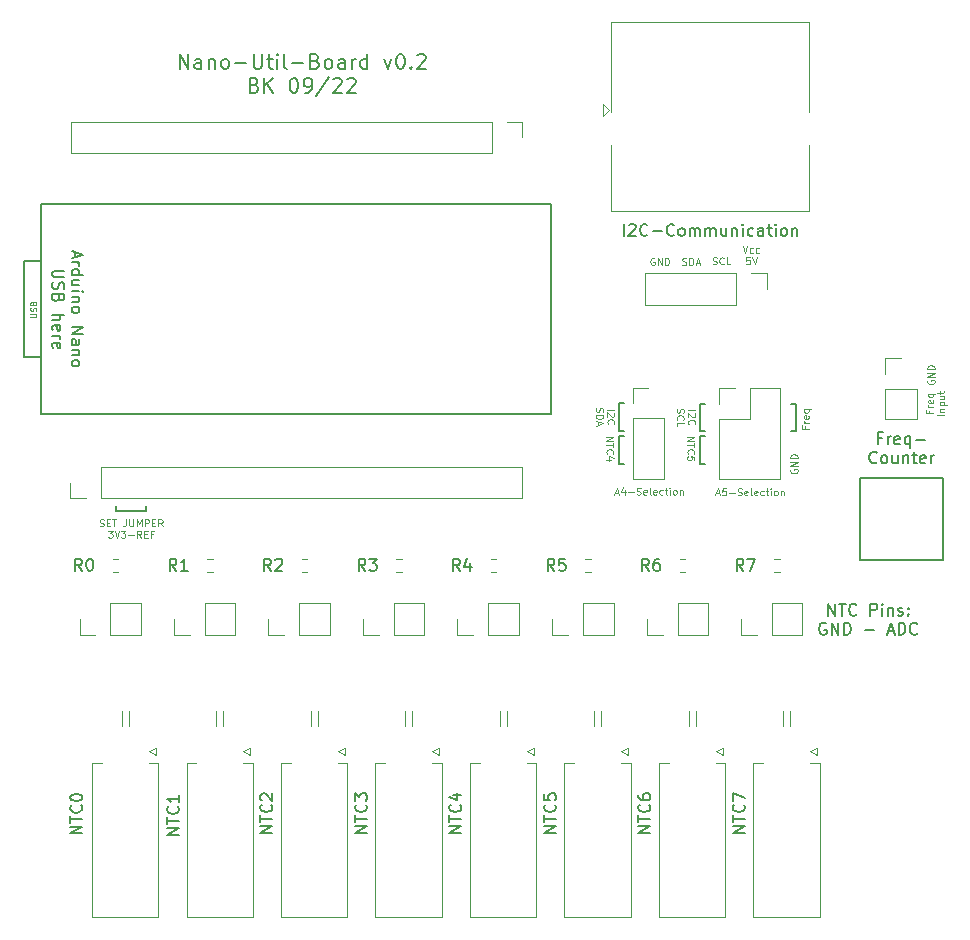
<source format=gbr>
%TF.GenerationSoftware,KiCad,Pcbnew,(6.0.1-0)*%
%TF.CreationDate,2022-10-18T15:39:24+02:00*%
%TF.ProjectId,nano_board,6e616e6f-5f62-46f6-9172-642e6b696361,rev?*%
%TF.SameCoordinates,Original*%
%TF.FileFunction,Legend,Top*%
%TF.FilePolarity,Positive*%
%FSLAX46Y46*%
G04 Gerber Fmt 4.6, Leading zero omitted, Abs format (unit mm)*
G04 Created by KiCad (PCBNEW (6.0.1-0)) date 2022-10-18 15:39:24*
%MOMM*%
%LPD*%
G01*
G04 APERTURE LIST*
%ADD10C,0.200000*%
%ADD11C,0.150000*%
%ADD12C,0.100000*%
%ADD13C,0.075000*%
%ADD14C,0.120000*%
%ADD15C,0.127000*%
G04 APERTURE END LIST*
D10*
X153050000Y-72300000D02*
X152650000Y-72300000D01*
X152650000Y-74650000D02*
X153050000Y-74650000D01*
X103200000Y-81000000D02*
X103200000Y-81400000D01*
X152650000Y-75050000D02*
X152650000Y-77400000D01*
X146200000Y-75050000D02*
X145800000Y-75050000D01*
X160800000Y-74650000D02*
X160800000Y-72300000D01*
X145800000Y-74650000D02*
X146200000Y-74650000D01*
X145800000Y-75050000D02*
X145800000Y-77400000D01*
X152650000Y-77400000D02*
X153050000Y-77400000D01*
X152650000Y-72300000D02*
X152650000Y-74650000D01*
X146200000Y-72250000D02*
X145800000Y-72250000D01*
X105800000Y-81400000D02*
X105800000Y-81000000D01*
X160800000Y-72300000D02*
X160400000Y-72300000D01*
X145800000Y-77400000D02*
X146200000Y-77400000D01*
X160400000Y-74650000D02*
X160800000Y-74650000D01*
X145800000Y-72250000D02*
X145800000Y-74650000D01*
X153050000Y-75050000D02*
X152650000Y-75050000D01*
X103200000Y-81400000D02*
X105800000Y-81400000D01*
D11*
X168033333Y-75223571D02*
X167700000Y-75223571D01*
X167700000Y-75747380D02*
X167700000Y-74747380D01*
X168176190Y-74747380D01*
X168557142Y-75747380D02*
X168557142Y-75080714D01*
X168557142Y-75271190D02*
X168604761Y-75175952D01*
X168652380Y-75128333D01*
X168747619Y-75080714D01*
X168842857Y-75080714D01*
X169557142Y-75699761D02*
X169461904Y-75747380D01*
X169271428Y-75747380D01*
X169176190Y-75699761D01*
X169128571Y-75604523D01*
X169128571Y-75223571D01*
X169176190Y-75128333D01*
X169271428Y-75080714D01*
X169461904Y-75080714D01*
X169557142Y-75128333D01*
X169604761Y-75223571D01*
X169604761Y-75318809D01*
X169128571Y-75414047D01*
X170461904Y-75080714D02*
X170461904Y-76080714D01*
X170461904Y-75699761D02*
X170366666Y-75747380D01*
X170176190Y-75747380D01*
X170080952Y-75699761D01*
X170033333Y-75652142D01*
X169985714Y-75556904D01*
X169985714Y-75271190D01*
X170033333Y-75175952D01*
X170080952Y-75128333D01*
X170176190Y-75080714D01*
X170366666Y-75080714D01*
X170461904Y-75128333D01*
X170938095Y-75366428D02*
X171700000Y-75366428D01*
X167628571Y-77262142D02*
X167580952Y-77309761D01*
X167438095Y-77357380D01*
X167342857Y-77357380D01*
X167200000Y-77309761D01*
X167104761Y-77214523D01*
X167057142Y-77119285D01*
X167009523Y-76928809D01*
X167009523Y-76785952D01*
X167057142Y-76595476D01*
X167104761Y-76500238D01*
X167200000Y-76405000D01*
X167342857Y-76357380D01*
X167438095Y-76357380D01*
X167580952Y-76405000D01*
X167628571Y-76452619D01*
X168200000Y-77357380D02*
X168104761Y-77309761D01*
X168057142Y-77262142D01*
X168009523Y-77166904D01*
X168009523Y-76881190D01*
X168057142Y-76785952D01*
X168104761Y-76738333D01*
X168200000Y-76690714D01*
X168342857Y-76690714D01*
X168438095Y-76738333D01*
X168485714Y-76785952D01*
X168533333Y-76881190D01*
X168533333Y-77166904D01*
X168485714Y-77262142D01*
X168438095Y-77309761D01*
X168342857Y-77357380D01*
X168200000Y-77357380D01*
X169390476Y-76690714D02*
X169390476Y-77357380D01*
X168961904Y-76690714D02*
X168961904Y-77214523D01*
X169009523Y-77309761D01*
X169104761Y-77357380D01*
X169247619Y-77357380D01*
X169342857Y-77309761D01*
X169390476Y-77262142D01*
X169866666Y-76690714D02*
X169866666Y-77357380D01*
X169866666Y-76785952D02*
X169914285Y-76738333D01*
X170009523Y-76690714D01*
X170152380Y-76690714D01*
X170247619Y-76738333D01*
X170295238Y-76833571D01*
X170295238Y-77357380D01*
X170628571Y-76690714D02*
X171009523Y-76690714D01*
X170771428Y-76357380D02*
X170771428Y-77214523D01*
X170819047Y-77309761D01*
X170914285Y-77357380D01*
X171009523Y-77357380D01*
X171723809Y-77309761D02*
X171628571Y-77357380D01*
X171438095Y-77357380D01*
X171342857Y-77309761D01*
X171295238Y-77214523D01*
X171295238Y-76833571D01*
X171342857Y-76738333D01*
X171438095Y-76690714D01*
X171628571Y-76690714D01*
X171723809Y-76738333D01*
X171771428Y-76833571D01*
X171771428Y-76928809D01*
X171295238Y-77024047D01*
X172200000Y-77357380D02*
X172200000Y-76690714D01*
X172200000Y-76881190D02*
X172247619Y-76785952D01*
X172295238Y-76738333D01*
X172390476Y-76690714D01*
X172485714Y-76690714D01*
D12*
X161557142Y-74228571D02*
X161557142Y-74428571D01*
X161871428Y-74428571D02*
X161271428Y-74428571D01*
X161271428Y-74142857D01*
X161871428Y-73914285D02*
X161471428Y-73914285D01*
X161585714Y-73914285D02*
X161528571Y-73885714D01*
X161500000Y-73857142D01*
X161471428Y-73800000D01*
X161471428Y-73742857D01*
X161842857Y-73314285D02*
X161871428Y-73371428D01*
X161871428Y-73485714D01*
X161842857Y-73542857D01*
X161785714Y-73571428D01*
X161557142Y-73571428D01*
X161500000Y-73542857D01*
X161471428Y-73485714D01*
X161471428Y-73371428D01*
X161500000Y-73314285D01*
X161557142Y-73285714D01*
X161614285Y-73285714D01*
X161671428Y-73571428D01*
X161471428Y-72771428D02*
X162071428Y-72771428D01*
X161842857Y-72771428D02*
X161871428Y-72828571D01*
X161871428Y-72942857D01*
X161842857Y-73000000D01*
X161814285Y-73028571D01*
X161757142Y-73057142D01*
X161585714Y-73057142D01*
X161528571Y-73028571D01*
X161500000Y-73000000D01*
X161471428Y-72942857D01*
X161471428Y-72828571D01*
X161500000Y-72771428D01*
X156285714Y-58938428D02*
X156485714Y-59538428D01*
X156685714Y-58938428D01*
X157142857Y-59509857D02*
X157085714Y-59538428D01*
X156971428Y-59538428D01*
X156914285Y-59509857D01*
X156885714Y-59481285D01*
X156857142Y-59424142D01*
X156857142Y-59252714D01*
X156885714Y-59195571D01*
X156914285Y-59167000D01*
X156971428Y-59138428D01*
X157085714Y-59138428D01*
X157142857Y-59167000D01*
X157657142Y-59509857D02*
X157600000Y-59538428D01*
X157485714Y-59538428D01*
X157428571Y-59509857D01*
X157400000Y-59481285D01*
X157371428Y-59424142D01*
X157371428Y-59252714D01*
X157400000Y-59195571D01*
X157428571Y-59167000D01*
X157485714Y-59138428D01*
X157600000Y-59138428D01*
X157657142Y-59167000D01*
X156885714Y-59904428D02*
X156600000Y-59904428D01*
X156571428Y-60190142D01*
X156600000Y-60161571D01*
X156657142Y-60133000D01*
X156800000Y-60133000D01*
X156857142Y-60161571D01*
X156885714Y-60190142D01*
X156914285Y-60247285D01*
X156914285Y-60390142D01*
X156885714Y-60447285D01*
X156857142Y-60475857D01*
X156800000Y-60504428D01*
X156657142Y-60504428D01*
X156600000Y-60475857D01*
X156571428Y-60447285D01*
X157085714Y-59904428D02*
X157285714Y-60504428D01*
X157485714Y-59904428D01*
X101842857Y-82659857D02*
X101928571Y-82688428D01*
X102071428Y-82688428D01*
X102128571Y-82659857D01*
X102157142Y-82631285D01*
X102185714Y-82574142D01*
X102185714Y-82517000D01*
X102157142Y-82459857D01*
X102128571Y-82431285D01*
X102071428Y-82402714D01*
X101957142Y-82374142D01*
X101900000Y-82345571D01*
X101871428Y-82317000D01*
X101842857Y-82259857D01*
X101842857Y-82202714D01*
X101871428Y-82145571D01*
X101900000Y-82117000D01*
X101957142Y-82088428D01*
X102100000Y-82088428D01*
X102185714Y-82117000D01*
X102442857Y-82374142D02*
X102642857Y-82374142D01*
X102728571Y-82688428D02*
X102442857Y-82688428D01*
X102442857Y-82088428D01*
X102728571Y-82088428D01*
X102900000Y-82088428D02*
X103242857Y-82088428D01*
X103071428Y-82688428D02*
X103071428Y-82088428D01*
X104071428Y-82088428D02*
X104071428Y-82517000D01*
X104042857Y-82602714D01*
X103985714Y-82659857D01*
X103900000Y-82688428D01*
X103842857Y-82688428D01*
X104357142Y-82088428D02*
X104357142Y-82574142D01*
X104385714Y-82631285D01*
X104414285Y-82659857D01*
X104471428Y-82688428D01*
X104585714Y-82688428D01*
X104642857Y-82659857D01*
X104671428Y-82631285D01*
X104700000Y-82574142D01*
X104700000Y-82088428D01*
X104985714Y-82688428D02*
X104985714Y-82088428D01*
X105185714Y-82517000D01*
X105385714Y-82088428D01*
X105385714Y-82688428D01*
X105671428Y-82688428D02*
X105671428Y-82088428D01*
X105900000Y-82088428D01*
X105957142Y-82117000D01*
X105985714Y-82145571D01*
X106014285Y-82202714D01*
X106014285Y-82288428D01*
X105985714Y-82345571D01*
X105957142Y-82374142D01*
X105900000Y-82402714D01*
X105671428Y-82402714D01*
X106271428Y-82374142D02*
X106471428Y-82374142D01*
X106557142Y-82688428D02*
X106271428Y-82688428D01*
X106271428Y-82088428D01*
X106557142Y-82088428D01*
X107157142Y-82688428D02*
X106957142Y-82402714D01*
X106814285Y-82688428D02*
X106814285Y-82088428D01*
X107042857Y-82088428D01*
X107100000Y-82117000D01*
X107128571Y-82145571D01*
X107157142Y-82202714D01*
X107157142Y-82288428D01*
X107128571Y-82345571D01*
X107100000Y-82374142D01*
X107042857Y-82402714D01*
X106814285Y-82402714D01*
X102557142Y-83054428D02*
X102928571Y-83054428D01*
X102728571Y-83283000D01*
X102814285Y-83283000D01*
X102871428Y-83311571D01*
X102900000Y-83340142D01*
X102928571Y-83397285D01*
X102928571Y-83540142D01*
X102900000Y-83597285D01*
X102871428Y-83625857D01*
X102814285Y-83654428D01*
X102642857Y-83654428D01*
X102585714Y-83625857D01*
X102557142Y-83597285D01*
X103100000Y-83054428D02*
X103300000Y-83654428D01*
X103500000Y-83054428D01*
X103642857Y-83054428D02*
X104014285Y-83054428D01*
X103814285Y-83283000D01*
X103900000Y-83283000D01*
X103957142Y-83311571D01*
X103985714Y-83340142D01*
X104014285Y-83397285D01*
X104014285Y-83540142D01*
X103985714Y-83597285D01*
X103957142Y-83625857D01*
X103900000Y-83654428D01*
X103728571Y-83654428D01*
X103671428Y-83625857D01*
X103642857Y-83597285D01*
X104271428Y-83425857D02*
X104728571Y-83425857D01*
X105357142Y-83654428D02*
X105157142Y-83368714D01*
X105014285Y-83654428D02*
X105014285Y-83054428D01*
X105242857Y-83054428D01*
X105300000Y-83083000D01*
X105328571Y-83111571D01*
X105357142Y-83168714D01*
X105357142Y-83254428D01*
X105328571Y-83311571D01*
X105300000Y-83340142D01*
X105242857Y-83368714D01*
X105014285Y-83368714D01*
X105614285Y-83340142D02*
X105814285Y-83340142D01*
X105900000Y-83654428D02*
X105614285Y-83654428D01*
X105614285Y-83054428D01*
X105900000Y-83054428D01*
X106357142Y-83340142D02*
X106157142Y-83340142D01*
X106157142Y-83654428D02*
X106157142Y-83054428D01*
X106442857Y-83054428D01*
X160350000Y-77857142D02*
X160321428Y-77914285D01*
X160321428Y-78000000D01*
X160350000Y-78085714D01*
X160407142Y-78142857D01*
X160464285Y-78171428D01*
X160578571Y-78200000D01*
X160664285Y-78200000D01*
X160778571Y-78171428D01*
X160835714Y-78142857D01*
X160892857Y-78085714D01*
X160921428Y-78000000D01*
X160921428Y-77942857D01*
X160892857Y-77857142D01*
X160864285Y-77828571D01*
X160664285Y-77828571D01*
X160664285Y-77942857D01*
X160921428Y-77571428D02*
X160321428Y-77571428D01*
X160921428Y-77228571D01*
X160321428Y-77228571D01*
X160921428Y-76942857D02*
X160321428Y-76942857D01*
X160321428Y-76800000D01*
X160350000Y-76714285D01*
X160407142Y-76657142D01*
X160464285Y-76628571D01*
X160578571Y-76600000D01*
X160664285Y-76600000D01*
X160778571Y-76628571D01*
X160835714Y-76657142D01*
X160892857Y-76714285D01*
X160921428Y-76800000D01*
X160921428Y-76942857D01*
X151578571Y-75114285D02*
X152178571Y-75114285D01*
X151578571Y-75457142D01*
X152178571Y-75457142D01*
X152178571Y-75657142D02*
X152178571Y-76000000D01*
X151578571Y-75828571D02*
X152178571Y-75828571D01*
X151635714Y-76542857D02*
X151607142Y-76514285D01*
X151578571Y-76428571D01*
X151578571Y-76371428D01*
X151607142Y-76285714D01*
X151664285Y-76228571D01*
X151721428Y-76200000D01*
X151835714Y-76171428D01*
X151921428Y-76171428D01*
X152035714Y-76200000D01*
X152092857Y-76228571D01*
X152150000Y-76285714D01*
X152178571Y-76371428D01*
X152178571Y-76428571D01*
X152150000Y-76514285D01*
X152121428Y-76542857D01*
X152178571Y-77085714D02*
X152178571Y-76800000D01*
X151892857Y-76771428D01*
X151921428Y-76800000D01*
X151950000Y-76857142D01*
X151950000Y-77000000D01*
X151921428Y-77057142D01*
X151892857Y-77085714D01*
X151835714Y-77114285D01*
X151692857Y-77114285D01*
X151635714Y-77085714D01*
X151607142Y-77057142D01*
X151578571Y-77000000D01*
X151578571Y-76857142D01*
X151607142Y-76800000D01*
X151635714Y-76771428D01*
X151661571Y-72864285D02*
X152261571Y-72864285D01*
X152204428Y-73121428D02*
X152233000Y-73150000D01*
X152261571Y-73207142D01*
X152261571Y-73350000D01*
X152233000Y-73407142D01*
X152204428Y-73435714D01*
X152147285Y-73464285D01*
X152090142Y-73464285D01*
X152004428Y-73435714D01*
X151661571Y-73092857D01*
X151661571Y-73464285D01*
X151718714Y-74064285D02*
X151690142Y-74035714D01*
X151661571Y-73950000D01*
X151661571Y-73892857D01*
X151690142Y-73807142D01*
X151747285Y-73750000D01*
X151804428Y-73721428D01*
X151918714Y-73692857D01*
X152004428Y-73692857D01*
X152118714Y-73721428D01*
X152175857Y-73750000D01*
X152233000Y-73807142D01*
X152261571Y-73892857D01*
X152261571Y-73950000D01*
X152233000Y-74035714D01*
X152204428Y-74064285D01*
X150724142Y-72735714D02*
X150695571Y-72821428D01*
X150695571Y-72964285D01*
X150724142Y-73021428D01*
X150752714Y-73050000D01*
X150809857Y-73078571D01*
X150867000Y-73078571D01*
X150924142Y-73050000D01*
X150952714Y-73021428D01*
X150981285Y-72964285D01*
X151009857Y-72850000D01*
X151038428Y-72792857D01*
X151067000Y-72764285D01*
X151124142Y-72735714D01*
X151181285Y-72735714D01*
X151238428Y-72764285D01*
X151267000Y-72792857D01*
X151295571Y-72850000D01*
X151295571Y-72992857D01*
X151267000Y-73078571D01*
X150752714Y-73678571D02*
X150724142Y-73650000D01*
X150695571Y-73564285D01*
X150695571Y-73507142D01*
X150724142Y-73421428D01*
X150781285Y-73364285D01*
X150838428Y-73335714D01*
X150952714Y-73307142D01*
X151038428Y-73307142D01*
X151152714Y-73335714D01*
X151209857Y-73364285D01*
X151267000Y-73421428D01*
X151295571Y-73507142D01*
X151295571Y-73564285D01*
X151267000Y-73650000D01*
X151238428Y-73678571D01*
X150695571Y-74221428D02*
X150695571Y-73935714D01*
X151295571Y-73935714D01*
X144728571Y-75114285D02*
X145328571Y-75114285D01*
X144728571Y-75457142D01*
X145328571Y-75457142D01*
X145328571Y-75657142D02*
X145328571Y-76000000D01*
X144728571Y-75828571D02*
X145328571Y-75828571D01*
X144785714Y-76542857D02*
X144757142Y-76514285D01*
X144728571Y-76428571D01*
X144728571Y-76371428D01*
X144757142Y-76285714D01*
X144814285Y-76228571D01*
X144871428Y-76200000D01*
X144985714Y-76171428D01*
X145071428Y-76171428D01*
X145185714Y-76200000D01*
X145242857Y-76228571D01*
X145300000Y-76285714D01*
X145328571Y-76371428D01*
X145328571Y-76428571D01*
X145300000Y-76514285D01*
X145271428Y-76542857D01*
X145128571Y-77057142D02*
X144728571Y-77057142D01*
X145357142Y-76914285D02*
X144928571Y-76771428D01*
X144928571Y-77142857D01*
D11*
X146216666Y-58102380D02*
X146216666Y-57102380D01*
X146645238Y-57197619D02*
X146692857Y-57150000D01*
X146788095Y-57102380D01*
X147026190Y-57102380D01*
X147121428Y-57150000D01*
X147169047Y-57197619D01*
X147216666Y-57292857D01*
X147216666Y-57388095D01*
X147169047Y-57530952D01*
X146597619Y-58102380D01*
X147216666Y-58102380D01*
X148216666Y-58007142D02*
X148169047Y-58054761D01*
X148026190Y-58102380D01*
X147930952Y-58102380D01*
X147788095Y-58054761D01*
X147692857Y-57959523D01*
X147645238Y-57864285D01*
X147597619Y-57673809D01*
X147597619Y-57530952D01*
X147645238Y-57340476D01*
X147692857Y-57245238D01*
X147788095Y-57150000D01*
X147930952Y-57102380D01*
X148026190Y-57102380D01*
X148169047Y-57150000D01*
X148216666Y-57197619D01*
X148645238Y-57721428D02*
X149407142Y-57721428D01*
X150454761Y-58007142D02*
X150407142Y-58054761D01*
X150264285Y-58102380D01*
X150169047Y-58102380D01*
X150026190Y-58054761D01*
X149930952Y-57959523D01*
X149883333Y-57864285D01*
X149835714Y-57673809D01*
X149835714Y-57530952D01*
X149883333Y-57340476D01*
X149930952Y-57245238D01*
X150026190Y-57150000D01*
X150169047Y-57102380D01*
X150264285Y-57102380D01*
X150407142Y-57150000D01*
X150454761Y-57197619D01*
X151026190Y-58102380D02*
X150930952Y-58054761D01*
X150883333Y-58007142D01*
X150835714Y-57911904D01*
X150835714Y-57626190D01*
X150883333Y-57530952D01*
X150930952Y-57483333D01*
X151026190Y-57435714D01*
X151169047Y-57435714D01*
X151264285Y-57483333D01*
X151311904Y-57530952D01*
X151359523Y-57626190D01*
X151359523Y-57911904D01*
X151311904Y-58007142D01*
X151264285Y-58054761D01*
X151169047Y-58102380D01*
X151026190Y-58102380D01*
X151788095Y-58102380D02*
X151788095Y-57435714D01*
X151788095Y-57530952D02*
X151835714Y-57483333D01*
X151930952Y-57435714D01*
X152073809Y-57435714D01*
X152169047Y-57483333D01*
X152216666Y-57578571D01*
X152216666Y-58102380D01*
X152216666Y-57578571D02*
X152264285Y-57483333D01*
X152359523Y-57435714D01*
X152502380Y-57435714D01*
X152597619Y-57483333D01*
X152645238Y-57578571D01*
X152645238Y-58102380D01*
X153121428Y-58102380D02*
X153121428Y-57435714D01*
X153121428Y-57530952D02*
X153169047Y-57483333D01*
X153264285Y-57435714D01*
X153407142Y-57435714D01*
X153502380Y-57483333D01*
X153550000Y-57578571D01*
X153550000Y-58102380D01*
X153550000Y-57578571D02*
X153597619Y-57483333D01*
X153692857Y-57435714D01*
X153835714Y-57435714D01*
X153930952Y-57483333D01*
X153978571Y-57578571D01*
X153978571Y-58102380D01*
X154883333Y-57435714D02*
X154883333Y-58102380D01*
X154454761Y-57435714D02*
X154454761Y-57959523D01*
X154502380Y-58054761D01*
X154597619Y-58102380D01*
X154740476Y-58102380D01*
X154835714Y-58054761D01*
X154883333Y-58007142D01*
X155359523Y-57435714D02*
X155359523Y-58102380D01*
X155359523Y-57530952D02*
X155407142Y-57483333D01*
X155502380Y-57435714D01*
X155645238Y-57435714D01*
X155740476Y-57483333D01*
X155788095Y-57578571D01*
X155788095Y-58102380D01*
X156264285Y-58102380D02*
X156264285Y-57435714D01*
X156264285Y-57102380D02*
X156216666Y-57150000D01*
X156264285Y-57197619D01*
X156311904Y-57150000D01*
X156264285Y-57102380D01*
X156264285Y-57197619D01*
X157169047Y-58054761D02*
X157073809Y-58102380D01*
X156883333Y-58102380D01*
X156788095Y-58054761D01*
X156740476Y-58007142D01*
X156692857Y-57911904D01*
X156692857Y-57626190D01*
X156740476Y-57530952D01*
X156788095Y-57483333D01*
X156883333Y-57435714D01*
X157073809Y-57435714D01*
X157169047Y-57483333D01*
X158026190Y-58102380D02*
X158026190Y-57578571D01*
X157978571Y-57483333D01*
X157883333Y-57435714D01*
X157692857Y-57435714D01*
X157597619Y-57483333D01*
X158026190Y-58054761D02*
X157930952Y-58102380D01*
X157692857Y-58102380D01*
X157597619Y-58054761D01*
X157550000Y-57959523D01*
X157550000Y-57864285D01*
X157597619Y-57769047D01*
X157692857Y-57721428D01*
X157930952Y-57721428D01*
X158026190Y-57673809D01*
X158359523Y-57435714D02*
X158740476Y-57435714D01*
X158502380Y-57102380D02*
X158502380Y-57959523D01*
X158550000Y-58054761D01*
X158645238Y-58102380D01*
X158740476Y-58102380D01*
X159073809Y-58102380D02*
X159073809Y-57435714D01*
X159073809Y-57102380D02*
X159026190Y-57150000D01*
X159073809Y-57197619D01*
X159121428Y-57150000D01*
X159073809Y-57102380D01*
X159073809Y-57197619D01*
X159692857Y-58102380D02*
X159597619Y-58054761D01*
X159550000Y-58007142D01*
X159502380Y-57911904D01*
X159502380Y-57626190D01*
X159550000Y-57530952D01*
X159597619Y-57483333D01*
X159692857Y-57435714D01*
X159835714Y-57435714D01*
X159930952Y-57483333D01*
X159978571Y-57530952D01*
X160026190Y-57626190D01*
X160026190Y-57911904D01*
X159978571Y-58007142D01*
X159930952Y-58054761D01*
X159835714Y-58102380D01*
X159692857Y-58102380D01*
X160454761Y-57435714D02*
X160454761Y-58102380D01*
X160454761Y-57530952D02*
X160502380Y-57483333D01*
X160597619Y-57435714D01*
X160740476Y-57435714D01*
X160835714Y-57483333D01*
X160883333Y-57578571D01*
X160883333Y-58102380D01*
D10*
X108613095Y-43959226D02*
X108613095Y-42709226D01*
X109327380Y-43959226D01*
X109327380Y-42709226D01*
X110458333Y-43959226D02*
X110458333Y-43304464D01*
X110398809Y-43185416D01*
X110279761Y-43125892D01*
X110041666Y-43125892D01*
X109922619Y-43185416D01*
X110458333Y-43899702D02*
X110339285Y-43959226D01*
X110041666Y-43959226D01*
X109922619Y-43899702D01*
X109863095Y-43780654D01*
X109863095Y-43661607D01*
X109922619Y-43542559D01*
X110041666Y-43483035D01*
X110339285Y-43483035D01*
X110458333Y-43423511D01*
X111053571Y-43125892D02*
X111053571Y-43959226D01*
X111053571Y-43244940D02*
X111113095Y-43185416D01*
X111232142Y-43125892D01*
X111410714Y-43125892D01*
X111529761Y-43185416D01*
X111589285Y-43304464D01*
X111589285Y-43959226D01*
X112363095Y-43959226D02*
X112244047Y-43899702D01*
X112184523Y-43840178D01*
X112125000Y-43721130D01*
X112125000Y-43363988D01*
X112184523Y-43244940D01*
X112244047Y-43185416D01*
X112363095Y-43125892D01*
X112541666Y-43125892D01*
X112660714Y-43185416D01*
X112720238Y-43244940D01*
X112779761Y-43363988D01*
X112779761Y-43721130D01*
X112720238Y-43840178D01*
X112660714Y-43899702D01*
X112541666Y-43959226D01*
X112363095Y-43959226D01*
X113315476Y-43483035D02*
X114267857Y-43483035D01*
X114863095Y-42709226D02*
X114863095Y-43721130D01*
X114922619Y-43840178D01*
X114982142Y-43899702D01*
X115101190Y-43959226D01*
X115339285Y-43959226D01*
X115458333Y-43899702D01*
X115517857Y-43840178D01*
X115577380Y-43721130D01*
X115577380Y-42709226D01*
X115994047Y-43125892D02*
X116470238Y-43125892D01*
X116172619Y-42709226D02*
X116172619Y-43780654D01*
X116232142Y-43899702D01*
X116351190Y-43959226D01*
X116470238Y-43959226D01*
X116886904Y-43959226D02*
X116886904Y-43125892D01*
X116886904Y-42709226D02*
X116827380Y-42768750D01*
X116886904Y-42828273D01*
X116946428Y-42768750D01*
X116886904Y-42709226D01*
X116886904Y-42828273D01*
X117660714Y-43959226D02*
X117541666Y-43899702D01*
X117482142Y-43780654D01*
X117482142Y-42709226D01*
X118136904Y-43483035D02*
X119089285Y-43483035D01*
X120101190Y-43304464D02*
X120279761Y-43363988D01*
X120339285Y-43423511D01*
X120398809Y-43542559D01*
X120398809Y-43721130D01*
X120339285Y-43840178D01*
X120279761Y-43899702D01*
X120160714Y-43959226D01*
X119684523Y-43959226D01*
X119684523Y-42709226D01*
X120101190Y-42709226D01*
X120220238Y-42768750D01*
X120279761Y-42828273D01*
X120339285Y-42947321D01*
X120339285Y-43066369D01*
X120279761Y-43185416D01*
X120220238Y-43244940D01*
X120101190Y-43304464D01*
X119684523Y-43304464D01*
X121113095Y-43959226D02*
X120994047Y-43899702D01*
X120934523Y-43840178D01*
X120875000Y-43721130D01*
X120875000Y-43363988D01*
X120934523Y-43244940D01*
X120994047Y-43185416D01*
X121113095Y-43125892D01*
X121291666Y-43125892D01*
X121410714Y-43185416D01*
X121470238Y-43244940D01*
X121529761Y-43363988D01*
X121529761Y-43721130D01*
X121470238Y-43840178D01*
X121410714Y-43899702D01*
X121291666Y-43959226D01*
X121113095Y-43959226D01*
X122601190Y-43959226D02*
X122601190Y-43304464D01*
X122541666Y-43185416D01*
X122422619Y-43125892D01*
X122184523Y-43125892D01*
X122065476Y-43185416D01*
X122601190Y-43899702D02*
X122482142Y-43959226D01*
X122184523Y-43959226D01*
X122065476Y-43899702D01*
X122005952Y-43780654D01*
X122005952Y-43661607D01*
X122065476Y-43542559D01*
X122184523Y-43483035D01*
X122482142Y-43483035D01*
X122601190Y-43423511D01*
X123196428Y-43959226D02*
X123196428Y-43125892D01*
X123196428Y-43363988D02*
X123255952Y-43244940D01*
X123315476Y-43185416D01*
X123434523Y-43125892D01*
X123553571Y-43125892D01*
X124505952Y-43959226D02*
X124505952Y-42709226D01*
X124505952Y-43899702D02*
X124386904Y-43959226D01*
X124148809Y-43959226D01*
X124029761Y-43899702D01*
X123970238Y-43840178D01*
X123910714Y-43721130D01*
X123910714Y-43363988D01*
X123970238Y-43244940D01*
X124029761Y-43185416D01*
X124148809Y-43125892D01*
X124386904Y-43125892D01*
X124505952Y-43185416D01*
X125934523Y-43125892D02*
X126232142Y-43959226D01*
X126529761Y-43125892D01*
X127244047Y-42709226D02*
X127363095Y-42709226D01*
X127482142Y-42768750D01*
X127541666Y-42828273D01*
X127601190Y-42947321D01*
X127660714Y-43185416D01*
X127660714Y-43483035D01*
X127601190Y-43721130D01*
X127541666Y-43840178D01*
X127482142Y-43899702D01*
X127363095Y-43959226D01*
X127244047Y-43959226D01*
X127125000Y-43899702D01*
X127065476Y-43840178D01*
X127005952Y-43721130D01*
X126946428Y-43483035D01*
X126946428Y-43185416D01*
X127005952Y-42947321D01*
X127065476Y-42828273D01*
X127125000Y-42768750D01*
X127244047Y-42709226D01*
X128196428Y-43840178D02*
X128255952Y-43899702D01*
X128196428Y-43959226D01*
X128136904Y-43899702D01*
X128196428Y-43840178D01*
X128196428Y-43959226D01*
X128732142Y-42828273D02*
X128791666Y-42768750D01*
X128910714Y-42709226D01*
X129208333Y-42709226D01*
X129327380Y-42768750D01*
X129386904Y-42828273D01*
X129446428Y-42947321D01*
X129446428Y-43066369D01*
X129386904Y-43244940D01*
X128672619Y-43959226D01*
X129446428Y-43959226D01*
X114952380Y-45316964D02*
X115130952Y-45376488D01*
X115190476Y-45436011D01*
X115250000Y-45555059D01*
X115250000Y-45733630D01*
X115190476Y-45852678D01*
X115130952Y-45912202D01*
X115011904Y-45971726D01*
X114535714Y-45971726D01*
X114535714Y-44721726D01*
X114952380Y-44721726D01*
X115071428Y-44781250D01*
X115130952Y-44840773D01*
X115190476Y-44959821D01*
X115190476Y-45078869D01*
X115130952Y-45197916D01*
X115071428Y-45257440D01*
X114952380Y-45316964D01*
X114535714Y-45316964D01*
X115785714Y-45971726D02*
X115785714Y-44721726D01*
X116500000Y-45971726D02*
X115964285Y-45257440D01*
X116500000Y-44721726D02*
X115785714Y-45436011D01*
X118226190Y-44721726D02*
X118345238Y-44721726D01*
X118464285Y-44781250D01*
X118523809Y-44840773D01*
X118583333Y-44959821D01*
X118642857Y-45197916D01*
X118642857Y-45495535D01*
X118583333Y-45733630D01*
X118523809Y-45852678D01*
X118464285Y-45912202D01*
X118345238Y-45971726D01*
X118226190Y-45971726D01*
X118107142Y-45912202D01*
X118047619Y-45852678D01*
X117988095Y-45733630D01*
X117928571Y-45495535D01*
X117928571Y-45197916D01*
X117988095Y-44959821D01*
X118047619Y-44840773D01*
X118107142Y-44781250D01*
X118226190Y-44721726D01*
X119238095Y-45971726D02*
X119476190Y-45971726D01*
X119595238Y-45912202D01*
X119654761Y-45852678D01*
X119773809Y-45674107D01*
X119833333Y-45436011D01*
X119833333Y-44959821D01*
X119773809Y-44840773D01*
X119714285Y-44781250D01*
X119595238Y-44721726D01*
X119357142Y-44721726D01*
X119238095Y-44781250D01*
X119178571Y-44840773D01*
X119119047Y-44959821D01*
X119119047Y-45257440D01*
X119178571Y-45376488D01*
X119238095Y-45436011D01*
X119357142Y-45495535D01*
X119595238Y-45495535D01*
X119714285Y-45436011D01*
X119773809Y-45376488D01*
X119833333Y-45257440D01*
X121261904Y-44662202D02*
X120190476Y-46269345D01*
X121619047Y-44840773D02*
X121678571Y-44781250D01*
X121797619Y-44721726D01*
X122095238Y-44721726D01*
X122214285Y-44781250D01*
X122273809Y-44840773D01*
X122333333Y-44959821D01*
X122333333Y-45078869D01*
X122273809Y-45257440D01*
X121559523Y-45971726D01*
X122333333Y-45971726D01*
X122809523Y-44840773D02*
X122869047Y-44781250D01*
X122988095Y-44721726D01*
X123285714Y-44721726D01*
X123404761Y-44781250D01*
X123464285Y-44840773D01*
X123523809Y-44959821D01*
X123523809Y-45078869D01*
X123464285Y-45257440D01*
X122750000Y-45971726D01*
X123523809Y-45971726D01*
D12*
X172074142Y-72928571D02*
X172074142Y-73128571D01*
X172388428Y-73128571D02*
X171788428Y-73128571D01*
X171788428Y-72842857D01*
X172388428Y-72614285D02*
X171988428Y-72614285D01*
X172102714Y-72614285D02*
X172045571Y-72585714D01*
X172017000Y-72557142D01*
X171988428Y-72500000D01*
X171988428Y-72442857D01*
X172359857Y-72014285D02*
X172388428Y-72071428D01*
X172388428Y-72185714D01*
X172359857Y-72242857D01*
X172302714Y-72271428D01*
X172074142Y-72271428D01*
X172017000Y-72242857D01*
X171988428Y-72185714D01*
X171988428Y-72071428D01*
X172017000Y-72014285D01*
X172074142Y-71985714D01*
X172131285Y-71985714D01*
X172188428Y-72271428D01*
X171988428Y-71471428D02*
X172588428Y-71471428D01*
X172359857Y-71471428D02*
X172388428Y-71528571D01*
X172388428Y-71642857D01*
X172359857Y-71700000D01*
X172331285Y-71728571D01*
X172274142Y-71757142D01*
X172102714Y-71757142D01*
X172045571Y-71728571D01*
X172017000Y-71700000D01*
X171988428Y-71642857D01*
X171988428Y-71528571D01*
X172017000Y-71471428D01*
X173354428Y-73285714D02*
X172754428Y-73285714D01*
X172954428Y-73000000D02*
X173354428Y-73000000D01*
X173011571Y-73000000D02*
X172983000Y-72971428D01*
X172954428Y-72914285D01*
X172954428Y-72828571D01*
X172983000Y-72771428D01*
X173040142Y-72742857D01*
X173354428Y-72742857D01*
X172954428Y-72457142D02*
X173554428Y-72457142D01*
X172983000Y-72457142D02*
X172954428Y-72400000D01*
X172954428Y-72285714D01*
X172983000Y-72228571D01*
X173011571Y-72200000D01*
X173068714Y-72171428D01*
X173240142Y-72171428D01*
X173297285Y-72200000D01*
X173325857Y-72228571D01*
X173354428Y-72285714D01*
X173354428Y-72400000D01*
X173325857Y-72457142D01*
X172954428Y-71657142D02*
X173354428Y-71657142D01*
X172954428Y-71914285D02*
X173268714Y-71914285D01*
X173325857Y-71885714D01*
X173354428Y-71828571D01*
X173354428Y-71742857D01*
X173325857Y-71685714D01*
X173297285Y-71657142D01*
X172954428Y-71457142D02*
X172954428Y-71228571D01*
X172754428Y-71371428D02*
X173268714Y-71371428D01*
X173325857Y-71342857D01*
X173354428Y-71285714D01*
X173354428Y-71228571D01*
X153735714Y-60492857D02*
X153821428Y-60521428D01*
X153964285Y-60521428D01*
X154021428Y-60492857D01*
X154050000Y-60464285D01*
X154078571Y-60407142D01*
X154078571Y-60350000D01*
X154050000Y-60292857D01*
X154021428Y-60264285D01*
X153964285Y-60235714D01*
X153850000Y-60207142D01*
X153792857Y-60178571D01*
X153764285Y-60150000D01*
X153735714Y-60092857D01*
X153735714Y-60035714D01*
X153764285Y-59978571D01*
X153792857Y-59950000D01*
X153850000Y-59921428D01*
X153992857Y-59921428D01*
X154078571Y-59950000D01*
X154678571Y-60464285D02*
X154650000Y-60492857D01*
X154564285Y-60521428D01*
X154507142Y-60521428D01*
X154421428Y-60492857D01*
X154364285Y-60435714D01*
X154335714Y-60378571D01*
X154307142Y-60264285D01*
X154307142Y-60178571D01*
X154335714Y-60064285D01*
X154364285Y-60007142D01*
X154421428Y-59950000D01*
X154507142Y-59921428D01*
X154564285Y-59921428D01*
X154650000Y-59950000D01*
X154678571Y-59978571D01*
X155221428Y-60521428D02*
X154935714Y-60521428D01*
X154935714Y-59921428D01*
X151171428Y-60542857D02*
X151257142Y-60571428D01*
X151400000Y-60571428D01*
X151457142Y-60542857D01*
X151485714Y-60514285D01*
X151514285Y-60457142D01*
X151514285Y-60400000D01*
X151485714Y-60342857D01*
X151457142Y-60314285D01*
X151400000Y-60285714D01*
X151285714Y-60257142D01*
X151228571Y-60228571D01*
X151200000Y-60200000D01*
X151171428Y-60142857D01*
X151171428Y-60085714D01*
X151200000Y-60028571D01*
X151228571Y-60000000D01*
X151285714Y-59971428D01*
X151428571Y-59971428D01*
X151514285Y-60000000D01*
X151771428Y-60571428D02*
X151771428Y-59971428D01*
X151914285Y-59971428D01*
X152000000Y-60000000D01*
X152057142Y-60057142D01*
X152085714Y-60114285D01*
X152114285Y-60228571D01*
X152114285Y-60314285D01*
X152085714Y-60428571D01*
X152057142Y-60485714D01*
X152000000Y-60542857D01*
X151914285Y-60571428D01*
X151771428Y-60571428D01*
X152342857Y-60400000D02*
X152628571Y-60400000D01*
X152285714Y-60571428D02*
X152485714Y-59971428D01*
X152685714Y-60571428D01*
X154028571Y-79900000D02*
X154314285Y-79900000D01*
X153971428Y-80071428D02*
X154171428Y-79471428D01*
X154371428Y-80071428D01*
X154857142Y-79471428D02*
X154571428Y-79471428D01*
X154542857Y-79757142D01*
X154571428Y-79728571D01*
X154628571Y-79700000D01*
X154771428Y-79700000D01*
X154828571Y-79728571D01*
X154857142Y-79757142D01*
X154885714Y-79814285D01*
X154885714Y-79957142D01*
X154857142Y-80014285D01*
X154828571Y-80042857D01*
X154771428Y-80071428D01*
X154628571Y-80071428D01*
X154571428Y-80042857D01*
X154542857Y-80014285D01*
X155142857Y-79842857D02*
X155600000Y-79842857D01*
X155857142Y-80042857D02*
X155942857Y-80071428D01*
X156085714Y-80071428D01*
X156142857Y-80042857D01*
X156171428Y-80014285D01*
X156200000Y-79957142D01*
X156200000Y-79900000D01*
X156171428Y-79842857D01*
X156142857Y-79814285D01*
X156085714Y-79785714D01*
X155971428Y-79757142D01*
X155914285Y-79728571D01*
X155885714Y-79700000D01*
X155857142Y-79642857D01*
X155857142Y-79585714D01*
X155885714Y-79528571D01*
X155914285Y-79500000D01*
X155971428Y-79471428D01*
X156114285Y-79471428D01*
X156200000Y-79500000D01*
X156685714Y-80042857D02*
X156628571Y-80071428D01*
X156514285Y-80071428D01*
X156457142Y-80042857D01*
X156428571Y-79985714D01*
X156428571Y-79757142D01*
X156457142Y-79700000D01*
X156514285Y-79671428D01*
X156628571Y-79671428D01*
X156685714Y-79700000D01*
X156714285Y-79757142D01*
X156714285Y-79814285D01*
X156428571Y-79871428D01*
X157057142Y-80071428D02*
X157000000Y-80042857D01*
X156971428Y-79985714D01*
X156971428Y-79471428D01*
X157514285Y-80042857D02*
X157457142Y-80071428D01*
X157342857Y-80071428D01*
X157285714Y-80042857D01*
X157257142Y-79985714D01*
X157257142Y-79757142D01*
X157285714Y-79700000D01*
X157342857Y-79671428D01*
X157457142Y-79671428D01*
X157514285Y-79700000D01*
X157542857Y-79757142D01*
X157542857Y-79814285D01*
X157257142Y-79871428D01*
X158057142Y-80042857D02*
X158000000Y-80071428D01*
X157885714Y-80071428D01*
X157828571Y-80042857D01*
X157800000Y-80014285D01*
X157771428Y-79957142D01*
X157771428Y-79785714D01*
X157800000Y-79728571D01*
X157828571Y-79700000D01*
X157885714Y-79671428D01*
X158000000Y-79671428D01*
X158057142Y-79700000D01*
X158228571Y-79671428D02*
X158457142Y-79671428D01*
X158314285Y-79471428D02*
X158314285Y-79985714D01*
X158342857Y-80042857D01*
X158400000Y-80071428D01*
X158457142Y-80071428D01*
X158657142Y-80071428D02*
X158657142Y-79671428D01*
X158657142Y-79471428D02*
X158628571Y-79500000D01*
X158657142Y-79528571D01*
X158685714Y-79500000D01*
X158657142Y-79471428D01*
X158657142Y-79528571D01*
X159028571Y-80071428D02*
X158971428Y-80042857D01*
X158942857Y-80014285D01*
X158914285Y-79957142D01*
X158914285Y-79785714D01*
X158942857Y-79728571D01*
X158971428Y-79700000D01*
X159028571Y-79671428D01*
X159114285Y-79671428D01*
X159171428Y-79700000D01*
X159200000Y-79728571D01*
X159228571Y-79785714D01*
X159228571Y-79957142D01*
X159200000Y-80014285D01*
X159171428Y-80042857D01*
X159114285Y-80071428D01*
X159028571Y-80071428D01*
X159485714Y-79671428D02*
X159485714Y-80071428D01*
X159485714Y-79728571D02*
X159514285Y-79700000D01*
X159571428Y-79671428D01*
X159657142Y-79671428D01*
X159714285Y-79700000D01*
X159742857Y-79757142D01*
X159742857Y-80071428D01*
X171950000Y-70307142D02*
X171921428Y-70364285D01*
X171921428Y-70450000D01*
X171950000Y-70535714D01*
X172007142Y-70592857D01*
X172064285Y-70621428D01*
X172178571Y-70650000D01*
X172264285Y-70650000D01*
X172378571Y-70621428D01*
X172435714Y-70592857D01*
X172492857Y-70535714D01*
X172521428Y-70450000D01*
X172521428Y-70392857D01*
X172492857Y-70307142D01*
X172464285Y-70278571D01*
X172264285Y-70278571D01*
X172264285Y-70392857D01*
X172521428Y-70021428D02*
X171921428Y-70021428D01*
X172521428Y-69678571D01*
X171921428Y-69678571D01*
X172521428Y-69392857D02*
X171921428Y-69392857D01*
X171921428Y-69250000D01*
X171950000Y-69164285D01*
X172007142Y-69107142D01*
X172064285Y-69078571D01*
X172178571Y-69050000D01*
X172264285Y-69050000D01*
X172378571Y-69078571D01*
X172435714Y-69107142D01*
X172492857Y-69164285D01*
X172521428Y-69250000D01*
X172521428Y-69392857D01*
X144811571Y-72814285D02*
X145411571Y-72814285D01*
X145354428Y-73071428D02*
X145383000Y-73100000D01*
X145411571Y-73157142D01*
X145411571Y-73300000D01*
X145383000Y-73357142D01*
X145354428Y-73385714D01*
X145297285Y-73414285D01*
X145240142Y-73414285D01*
X145154428Y-73385714D01*
X144811571Y-73042857D01*
X144811571Y-73414285D01*
X144868714Y-74014285D02*
X144840142Y-73985714D01*
X144811571Y-73900000D01*
X144811571Y-73842857D01*
X144840142Y-73757142D01*
X144897285Y-73700000D01*
X144954428Y-73671428D01*
X145068714Y-73642857D01*
X145154428Y-73642857D01*
X145268714Y-73671428D01*
X145325857Y-73700000D01*
X145383000Y-73757142D01*
X145411571Y-73842857D01*
X145411571Y-73900000D01*
X145383000Y-73985714D01*
X145354428Y-74014285D01*
X143874142Y-72671428D02*
X143845571Y-72757142D01*
X143845571Y-72900000D01*
X143874142Y-72957142D01*
X143902714Y-72985714D01*
X143959857Y-73014285D01*
X144017000Y-73014285D01*
X144074142Y-72985714D01*
X144102714Y-72957142D01*
X144131285Y-72900000D01*
X144159857Y-72785714D01*
X144188428Y-72728571D01*
X144217000Y-72700000D01*
X144274142Y-72671428D01*
X144331285Y-72671428D01*
X144388428Y-72700000D01*
X144417000Y-72728571D01*
X144445571Y-72785714D01*
X144445571Y-72928571D01*
X144417000Y-73014285D01*
X143845571Y-73271428D02*
X144445571Y-73271428D01*
X144445571Y-73414285D01*
X144417000Y-73500000D01*
X144359857Y-73557142D01*
X144302714Y-73585714D01*
X144188428Y-73614285D01*
X144102714Y-73614285D01*
X143988428Y-73585714D01*
X143931285Y-73557142D01*
X143874142Y-73500000D01*
X143845571Y-73414285D01*
X143845571Y-73271428D01*
X144017000Y-73842857D02*
X144017000Y-74128571D01*
X143845571Y-73785714D02*
X144445571Y-73985714D01*
X143845571Y-74185714D01*
D11*
X163519047Y-90247380D02*
X163519047Y-89247380D01*
X164090476Y-90247380D01*
X164090476Y-89247380D01*
X164423809Y-89247380D02*
X164995238Y-89247380D01*
X164709523Y-90247380D02*
X164709523Y-89247380D01*
X165900000Y-90152142D02*
X165852380Y-90199761D01*
X165709523Y-90247380D01*
X165614285Y-90247380D01*
X165471428Y-90199761D01*
X165376190Y-90104523D01*
X165328571Y-90009285D01*
X165280952Y-89818809D01*
X165280952Y-89675952D01*
X165328571Y-89485476D01*
X165376190Y-89390238D01*
X165471428Y-89295000D01*
X165614285Y-89247380D01*
X165709523Y-89247380D01*
X165852380Y-89295000D01*
X165900000Y-89342619D01*
X167090476Y-90247380D02*
X167090476Y-89247380D01*
X167471428Y-89247380D01*
X167566666Y-89295000D01*
X167614285Y-89342619D01*
X167661904Y-89437857D01*
X167661904Y-89580714D01*
X167614285Y-89675952D01*
X167566666Y-89723571D01*
X167471428Y-89771190D01*
X167090476Y-89771190D01*
X168090476Y-90247380D02*
X168090476Y-89580714D01*
X168090476Y-89247380D02*
X168042857Y-89295000D01*
X168090476Y-89342619D01*
X168138095Y-89295000D01*
X168090476Y-89247380D01*
X168090476Y-89342619D01*
X168566666Y-89580714D02*
X168566666Y-90247380D01*
X168566666Y-89675952D02*
X168614285Y-89628333D01*
X168709523Y-89580714D01*
X168852380Y-89580714D01*
X168947619Y-89628333D01*
X168995238Y-89723571D01*
X168995238Y-90247380D01*
X169423809Y-90199761D02*
X169519047Y-90247380D01*
X169709523Y-90247380D01*
X169804761Y-90199761D01*
X169852380Y-90104523D01*
X169852380Y-90056904D01*
X169804761Y-89961666D01*
X169709523Y-89914047D01*
X169566666Y-89914047D01*
X169471428Y-89866428D01*
X169423809Y-89771190D01*
X169423809Y-89723571D01*
X169471428Y-89628333D01*
X169566666Y-89580714D01*
X169709523Y-89580714D01*
X169804761Y-89628333D01*
X170280952Y-90152142D02*
X170328571Y-90199761D01*
X170280952Y-90247380D01*
X170233333Y-90199761D01*
X170280952Y-90152142D01*
X170280952Y-90247380D01*
X170280952Y-89628333D02*
X170328571Y-89675952D01*
X170280952Y-89723571D01*
X170233333Y-89675952D01*
X170280952Y-89628333D01*
X170280952Y-89723571D01*
X163328571Y-90905000D02*
X163233333Y-90857380D01*
X163090476Y-90857380D01*
X162947619Y-90905000D01*
X162852380Y-91000238D01*
X162804761Y-91095476D01*
X162757142Y-91285952D01*
X162757142Y-91428809D01*
X162804761Y-91619285D01*
X162852380Y-91714523D01*
X162947619Y-91809761D01*
X163090476Y-91857380D01*
X163185714Y-91857380D01*
X163328571Y-91809761D01*
X163376190Y-91762142D01*
X163376190Y-91428809D01*
X163185714Y-91428809D01*
X163804761Y-91857380D02*
X163804761Y-90857380D01*
X164376190Y-91857380D01*
X164376190Y-90857380D01*
X164852380Y-91857380D02*
X164852380Y-90857380D01*
X165090476Y-90857380D01*
X165233333Y-90905000D01*
X165328571Y-91000238D01*
X165376190Y-91095476D01*
X165423809Y-91285952D01*
X165423809Y-91428809D01*
X165376190Y-91619285D01*
X165328571Y-91714523D01*
X165233333Y-91809761D01*
X165090476Y-91857380D01*
X164852380Y-91857380D01*
X166614285Y-91476428D02*
X167376190Y-91476428D01*
X168566666Y-91571666D02*
X169042857Y-91571666D01*
X168471428Y-91857380D02*
X168804761Y-90857380D01*
X169138095Y-91857380D01*
X169471428Y-91857380D02*
X169471428Y-90857380D01*
X169709523Y-90857380D01*
X169852380Y-90905000D01*
X169947619Y-91000238D01*
X169995238Y-91095476D01*
X170042857Y-91285952D01*
X170042857Y-91428809D01*
X169995238Y-91619285D01*
X169947619Y-91714523D01*
X169852380Y-91809761D01*
X169709523Y-91857380D01*
X169471428Y-91857380D01*
X171042857Y-91762142D02*
X170995238Y-91809761D01*
X170852380Y-91857380D01*
X170757142Y-91857380D01*
X170614285Y-91809761D01*
X170519047Y-91714523D01*
X170471428Y-91619285D01*
X170423809Y-91428809D01*
X170423809Y-91285952D01*
X170471428Y-91095476D01*
X170519047Y-91000238D01*
X170614285Y-90905000D01*
X170757142Y-90857380D01*
X170852380Y-90857380D01*
X170995238Y-90905000D01*
X171042857Y-90952619D01*
D12*
X148792857Y-60000000D02*
X148735714Y-59971428D01*
X148650000Y-59971428D01*
X148564285Y-60000000D01*
X148507142Y-60057142D01*
X148478571Y-60114285D01*
X148450000Y-60228571D01*
X148450000Y-60314285D01*
X148478571Y-60428571D01*
X148507142Y-60485714D01*
X148564285Y-60542857D01*
X148650000Y-60571428D01*
X148707142Y-60571428D01*
X148792857Y-60542857D01*
X148821428Y-60514285D01*
X148821428Y-60314285D01*
X148707142Y-60314285D01*
X149078571Y-60571428D02*
X149078571Y-59971428D01*
X149421428Y-60571428D01*
X149421428Y-59971428D01*
X149707142Y-60571428D02*
X149707142Y-59971428D01*
X149850000Y-59971428D01*
X149935714Y-60000000D01*
X149992857Y-60057142D01*
X150021428Y-60114285D01*
X150050000Y-60228571D01*
X150050000Y-60314285D01*
X150021428Y-60428571D01*
X149992857Y-60485714D01*
X149935714Y-60542857D01*
X149850000Y-60571428D01*
X149707142Y-60571428D01*
X145478571Y-79850000D02*
X145764285Y-79850000D01*
X145421428Y-80021428D02*
X145621428Y-79421428D01*
X145821428Y-80021428D01*
X146278571Y-79621428D02*
X146278571Y-80021428D01*
X146135714Y-79392857D02*
X145992857Y-79821428D01*
X146364285Y-79821428D01*
X146592857Y-79792857D02*
X147050000Y-79792857D01*
X147307142Y-79992857D02*
X147392857Y-80021428D01*
X147535714Y-80021428D01*
X147592857Y-79992857D01*
X147621428Y-79964285D01*
X147650000Y-79907142D01*
X147650000Y-79850000D01*
X147621428Y-79792857D01*
X147592857Y-79764285D01*
X147535714Y-79735714D01*
X147421428Y-79707142D01*
X147364285Y-79678571D01*
X147335714Y-79650000D01*
X147307142Y-79592857D01*
X147307142Y-79535714D01*
X147335714Y-79478571D01*
X147364285Y-79450000D01*
X147421428Y-79421428D01*
X147564285Y-79421428D01*
X147650000Y-79450000D01*
X148135714Y-79992857D02*
X148078571Y-80021428D01*
X147964285Y-80021428D01*
X147907142Y-79992857D01*
X147878571Y-79935714D01*
X147878571Y-79707142D01*
X147907142Y-79650000D01*
X147964285Y-79621428D01*
X148078571Y-79621428D01*
X148135714Y-79650000D01*
X148164285Y-79707142D01*
X148164285Y-79764285D01*
X147878571Y-79821428D01*
X148507142Y-80021428D02*
X148450000Y-79992857D01*
X148421428Y-79935714D01*
X148421428Y-79421428D01*
X148964285Y-79992857D02*
X148907142Y-80021428D01*
X148792857Y-80021428D01*
X148735714Y-79992857D01*
X148707142Y-79935714D01*
X148707142Y-79707142D01*
X148735714Y-79650000D01*
X148792857Y-79621428D01*
X148907142Y-79621428D01*
X148964285Y-79650000D01*
X148992857Y-79707142D01*
X148992857Y-79764285D01*
X148707142Y-79821428D01*
X149507142Y-79992857D02*
X149450000Y-80021428D01*
X149335714Y-80021428D01*
X149278571Y-79992857D01*
X149250000Y-79964285D01*
X149221428Y-79907142D01*
X149221428Y-79735714D01*
X149250000Y-79678571D01*
X149278571Y-79650000D01*
X149335714Y-79621428D01*
X149450000Y-79621428D01*
X149507142Y-79650000D01*
X149678571Y-79621428D02*
X149907142Y-79621428D01*
X149764285Y-79421428D02*
X149764285Y-79935714D01*
X149792857Y-79992857D01*
X149850000Y-80021428D01*
X149907142Y-80021428D01*
X150107142Y-80021428D02*
X150107142Y-79621428D01*
X150107142Y-79421428D02*
X150078571Y-79450000D01*
X150107142Y-79478571D01*
X150135714Y-79450000D01*
X150107142Y-79421428D01*
X150107142Y-79478571D01*
X150478571Y-80021428D02*
X150421428Y-79992857D01*
X150392857Y-79964285D01*
X150364285Y-79907142D01*
X150364285Y-79735714D01*
X150392857Y-79678571D01*
X150421428Y-79650000D01*
X150478571Y-79621428D01*
X150564285Y-79621428D01*
X150621428Y-79650000D01*
X150650000Y-79678571D01*
X150678571Y-79735714D01*
X150678571Y-79907142D01*
X150650000Y-79964285D01*
X150621428Y-79992857D01*
X150564285Y-80021428D01*
X150478571Y-80021428D01*
X150935714Y-79621428D02*
X150935714Y-80021428D01*
X150935714Y-79678571D02*
X150964285Y-79650000D01*
X151021428Y-79621428D01*
X151107142Y-79621428D01*
X151164285Y-79650000D01*
X151192857Y-79707142D01*
X151192857Y-80021428D01*
D11*
X99738333Y-59442857D02*
X99738333Y-59919047D01*
X99452619Y-59347619D02*
X100452619Y-59680952D01*
X99452619Y-60014285D01*
X99452619Y-60347619D02*
X100119285Y-60347619D01*
X99928809Y-60347619D02*
X100024047Y-60395238D01*
X100071666Y-60442857D01*
X100119285Y-60538095D01*
X100119285Y-60633333D01*
X99452619Y-61395238D02*
X100452619Y-61395238D01*
X99500238Y-61395238D02*
X99452619Y-61300000D01*
X99452619Y-61109523D01*
X99500238Y-61014285D01*
X99547857Y-60966666D01*
X99643095Y-60919047D01*
X99928809Y-60919047D01*
X100024047Y-60966666D01*
X100071666Y-61014285D01*
X100119285Y-61109523D01*
X100119285Y-61300000D01*
X100071666Y-61395238D01*
X100119285Y-62300000D02*
X99452619Y-62300000D01*
X100119285Y-61871428D02*
X99595476Y-61871428D01*
X99500238Y-61919047D01*
X99452619Y-62014285D01*
X99452619Y-62157142D01*
X99500238Y-62252380D01*
X99547857Y-62300000D01*
X99452619Y-62776190D02*
X100119285Y-62776190D01*
X100452619Y-62776190D02*
X100405000Y-62728571D01*
X100357380Y-62776190D01*
X100405000Y-62823809D01*
X100452619Y-62776190D01*
X100357380Y-62776190D01*
X100119285Y-63252380D02*
X99452619Y-63252380D01*
X100024047Y-63252380D02*
X100071666Y-63300000D01*
X100119285Y-63395238D01*
X100119285Y-63538095D01*
X100071666Y-63633333D01*
X99976428Y-63680952D01*
X99452619Y-63680952D01*
X99452619Y-64300000D02*
X99500238Y-64204761D01*
X99547857Y-64157142D01*
X99643095Y-64109523D01*
X99928809Y-64109523D01*
X100024047Y-64157142D01*
X100071666Y-64204761D01*
X100119285Y-64300000D01*
X100119285Y-64442857D01*
X100071666Y-64538095D01*
X100024047Y-64585714D01*
X99928809Y-64633333D01*
X99643095Y-64633333D01*
X99547857Y-64585714D01*
X99500238Y-64538095D01*
X99452619Y-64442857D01*
X99452619Y-64300000D01*
X99452619Y-65823809D02*
X100452619Y-65823809D01*
X99452619Y-66395238D01*
X100452619Y-66395238D01*
X99452619Y-67300000D02*
X99976428Y-67300000D01*
X100071666Y-67252380D01*
X100119285Y-67157142D01*
X100119285Y-66966666D01*
X100071666Y-66871428D01*
X99500238Y-67300000D02*
X99452619Y-67204761D01*
X99452619Y-66966666D01*
X99500238Y-66871428D01*
X99595476Y-66823809D01*
X99690714Y-66823809D01*
X99785952Y-66871428D01*
X99833571Y-66966666D01*
X99833571Y-67204761D01*
X99881190Y-67300000D01*
X100119285Y-67776190D02*
X99452619Y-67776190D01*
X100024047Y-67776190D02*
X100071666Y-67823809D01*
X100119285Y-67919047D01*
X100119285Y-68061904D01*
X100071666Y-68157142D01*
X99976428Y-68204761D01*
X99452619Y-68204761D01*
X99452619Y-68823809D02*
X99500238Y-68728571D01*
X99547857Y-68680952D01*
X99643095Y-68633333D01*
X99928809Y-68633333D01*
X100024047Y-68680952D01*
X100071666Y-68728571D01*
X100119285Y-68823809D01*
X100119285Y-68966666D01*
X100071666Y-69061904D01*
X100024047Y-69109523D01*
X99928809Y-69157142D01*
X99643095Y-69157142D01*
X99547857Y-69109523D01*
X99500238Y-69061904D01*
X99452619Y-68966666D01*
X99452619Y-68823809D01*
X98842619Y-61038095D02*
X98033095Y-61038095D01*
X97937857Y-61085714D01*
X97890238Y-61133333D01*
X97842619Y-61228571D01*
X97842619Y-61419047D01*
X97890238Y-61514285D01*
X97937857Y-61561904D01*
X98033095Y-61609523D01*
X98842619Y-61609523D01*
X97890238Y-62038095D02*
X97842619Y-62180952D01*
X97842619Y-62419047D01*
X97890238Y-62514285D01*
X97937857Y-62561904D01*
X98033095Y-62609523D01*
X98128333Y-62609523D01*
X98223571Y-62561904D01*
X98271190Y-62514285D01*
X98318809Y-62419047D01*
X98366428Y-62228571D01*
X98414047Y-62133333D01*
X98461666Y-62085714D01*
X98556904Y-62038095D01*
X98652142Y-62038095D01*
X98747380Y-62085714D01*
X98795000Y-62133333D01*
X98842619Y-62228571D01*
X98842619Y-62466666D01*
X98795000Y-62609523D01*
X98366428Y-63371428D02*
X98318809Y-63514285D01*
X98271190Y-63561904D01*
X98175952Y-63609523D01*
X98033095Y-63609523D01*
X97937857Y-63561904D01*
X97890238Y-63514285D01*
X97842619Y-63419047D01*
X97842619Y-63038095D01*
X98842619Y-63038095D01*
X98842619Y-63371428D01*
X98795000Y-63466666D01*
X98747380Y-63514285D01*
X98652142Y-63561904D01*
X98556904Y-63561904D01*
X98461666Y-63514285D01*
X98414047Y-63466666D01*
X98366428Y-63371428D01*
X98366428Y-63038095D01*
X97842619Y-64800000D02*
X98842619Y-64800000D01*
X97842619Y-65228571D02*
X98366428Y-65228571D01*
X98461666Y-65180952D01*
X98509285Y-65085714D01*
X98509285Y-64942857D01*
X98461666Y-64847619D01*
X98414047Y-64800000D01*
X97890238Y-66085714D02*
X97842619Y-65990476D01*
X97842619Y-65800000D01*
X97890238Y-65704761D01*
X97985476Y-65657142D01*
X98366428Y-65657142D01*
X98461666Y-65704761D01*
X98509285Y-65800000D01*
X98509285Y-65990476D01*
X98461666Y-66085714D01*
X98366428Y-66133333D01*
X98271190Y-66133333D01*
X98175952Y-65657142D01*
X97842619Y-66561904D02*
X98509285Y-66561904D01*
X98318809Y-66561904D02*
X98414047Y-66609523D01*
X98461666Y-66657142D01*
X98509285Y-66752380D01*
X98509285Y-66847619D01*
X97890238Y-67561904D02*
X97842619Y-67466666D01*
X97842619Y-67276190D01*
X97890238Y-67180952D01*
X97985476Y-67133333D01*
X98366428Y-67133333D01*
X98461666Y-67180952D01*
X98509285Y-67276190D01*
X98509285Y-67466666D01*
X98461666Y-67561904D01*
X98366428Y-67609523D01*
X98271190Y-67609523D01*
X98175952Y-67133333D01*
%TO.C,R4*%
X132333333Y-86452380D02*
X132000000Y-85976190D01*
X131761904Y-86452380D02*
X131761904Y-85452380D01*
X132142857Y-85452380D01*
X132238095Y-85500000D01*
X132285714Y-85547619D01*
X132333333Y-85642857D01*
X132333333Y-85785714D01*
X132285714Y-85880952D01*
X132238095Y-85928571D01*
X132142857Y-85976190D01*
X131761904Y-85976190D01*
X133190476Y-85785714D02*
X133190476Y-86452380D01*
X132952380Y-85404761D02*
X132714285Y-86119047D01*
X133333333Y-86119047D01*
%TO.C,R2*%
X116333333Y-86452380D02*
X116000000Y-85976190D01*
X115761904Y-86452380D02*
X115761904Y-85452380D01*
X116142857Y-85452380D01*
X116238095Y-85500000D01*
X116285714Y-85547619D01*
X116333333Y-85642857D01*
X116333333Y-85785714D01*
X116285714Y-85880952D01*
X116238095Y-85928571D01*
X116142857Y-85976190D01*
X115761904Y-85976190D01*
X116714285Y-85547619D02*
X116761904Y-85500000D01*
X116857142Y-85452380D01*
X117095238Y-85452380D01*
X117190476Y-85500000D01*
X117238095Y-85547619D01*
X117285714Y-85642857D01*
X117285714Y-85738095D01*
X117238095Y-85880952D01*
X116666666Y-86452380D01*
X117285714Y-86452380D01*
%TO.C,R0*%
X100333333Y-86452380D02*
X100000000Y-85976190D01*
X99761904Y-86452380D02*
X99761904Y-85452380D01*
X100142857Y-85452380D01*
X100238095Y-85500000D01*
X100285714Y-85547619D01*
X100333333Y-85642857D01*
X100333333Y-85785714D01*
X100285714Y-85880952D01*
X100238095Y-85928571D01*
X100142857Y-85976190D01*
X99761904Y-85976190D01*
X100952380Y-85452380D02*
X101047619Y-85452380D01*
X101142857Y-85500000D01*
X101190476Y-85547619D01*
X101238095Y-85642857D01*
X101285714Y-85833333D01*
X101285714Y-86071428D01*
X101238095Y-86261904D01*
X101190476Y-86357142D01*
X101142857Y-86404761D01*
X101047619Y-86452380D01*
X100952380Y-86452380D01*
X100857142Y-86404761D01*
X100809523Y-86357142D01*
X100761904Y-86261904D01*
X100714285Y-86071428D01*
X100714285Y-85833333D01*
X100761904Y-85642857D01*
X100809523Y-85547619D01*
X100857142Y-85500000D01*
X100952380Y-85452380D01*
%TO.C,R3*%
X124333333Y-86452380D02*
X124000000Y-85976190D01*
X123761904Y-86452380D02*
X123761904Y-85452380D01*
X124142857Y-85452380D01*
X124238095Y-85500000D01*
X124285714Y-85547619D01*
X124333333Y-85642857D01*
X124333333Y-85785714D01*
X124285714Y-85880952D01*
X124238095Y-85928571D01*
X124142857Y-85976190D01*
X123761904Y-85976190D01*
X124666666Y-85452380D02*
X125285714Y-85452380D01*
X124952380Y-85833333D01*
X125095238Y-85833333D01*
X125190476Y-85880952D01*
X125238095Y-85928571D01*
X125285714Y-86023809D01*
X125285714Y-86261904D01*
X125238095Y-86357142D01*
X125190476Y-86404761D01*
X125095238Y-86452380D01*
X124809523Y-86452380D01*
X124714285Y-86404761D01*
X124666666Y-86357142D01*
%TO.C,R1*%
X108333333Y-86452380D02*
X108000000Y-85976190D01*
X107761904Y-86452380D02*
X107761904Y-85452380D01*
X108142857Y-85452380D01*
X108238095Y-85500000D01*
X108285714Y-85547619D01*
X108333333Y-85642857D01*
X108333333Y-85785714D01*
X108285714Y-85880952D01*
X108238095Y-85928571D01*
X108142857Y-85976190D01*
X107761904Y-85976190D01*
X109285714Y-86452380D02*
X108714285Y-86452380D01*
X109000000Y-86452380D02*
X109000000Y-85452380D01*
X108904761Y-85595238D01*
X108809523Y-85690476D01*
X108714285Y-85738095D01*
%TO.C,NTC5*%
X140452380Y-108642857D02*
X139452380Y-108642857D01*
X140452380Y-108071428D01*
X139452380Y-108071428D01*
X139452380Y-107738095D02*
X139452380Y-107166666D01*
X140452380Y-107452380D02*
X139452380Y-107452380D01*
X140357142Y-106261904D02*
X140404761Y-106309523D01*
X140452380Y-106452380D01*
X140452380Y-106547619D01*
X140404761Y-106690476D01*
X140309523Y-106785714D01*
X140214285Y-106833333D01*
X140023809Y-106880952D01*
X139880952Y-106880952D01*
X139690476Y-106833333D01*
X139595238Y-106785714D01*
X139500000Y-106690476D01*
X139452380Y-106547619D01*
X139452380Y-106452380D01*
X139500000Y-106309523D01*
X139547619Y-106261904D01*
X139452380Y-105357142D02*
X139452380Y-105833333D01*
X139928571Y-105880952D01*
X139880952Y-105833333D01*
X139833333Y-105738095D01*
X139833333Y-105500000D01*
X139880952Y-105404761D01*
X139928571Y-105357142D01*
X140023809Y-105309523D01*
X140261904Y-105309523D01*
X140357142Y-105357142D01*
X140404761Y-105404761D01*
X140452380Y-105500000D01*
X140452380Y-105738095D01*
X140404761Y-105833333D01*
X140357142Y-105880952D01*
%TO.C,R6*%
X148333333Y-86452380D02*
X148000000Y-85976190D01*
X147761904Y-86452380D02*
X147761904Y-85452380D01*
X148142857Y-85452380D01*
X148238095Y-85500000D01*
X148285714Y-85547619D01*
X148333333Y-85642857D01*
X148333333Y-85785714D01*
X148285714Y-85880952D01*
X148238095Y-85928571D01*
X148142857Y-85976190D01*
X147761904Y-85976190D01*
X149190476Y-85452380D02*
X149000000Y-85452380D01*
X148904761Y-85500000D01*
X148857142Y-85547619D01*
X148761904Y-85690476D01*
X148714285Y-85880952D01*
X148714285Y-86261904D01*
X148761904Y-86357142D01*
X148809523Y-86404761D01*
X148904761Y-86452380D01*
X149095238Y-86452380D01*
X149190476Y-86404761D01*
X149238095Y-86357142D01*
X149285714Y-86261904D01*
X149285714Y-86023809D01*
X149238095Y-85928571D01*
X149190476Y-85880952D01*
X149095238Y-85833333D01*
X148904761Y-85833333D01*
X148809523Y-85880952D01*
X148761904Y-85928571D01*
X148714285Y-86023809D01*
D13*
%TO.C,XA0*%
X95971190Y-64958952D02*
X96375952Y-64958952D01*
X96423571Y-64935142D01*
X96447380Y-64911333D01*
X96471190Y-64863714D01*
X96471190Y-64768476D01*
X96447380Y-64720857D01*
X96423571Y-64697047D01*
X96375952Y-64673238D01*
X95971190Y-64673238D01*
X96447380Y-64458952D02*
X96471190Y-64387523D01*
X96471190Y-64268476D01*
X96447380Y-64220857D01*
X96423571Y-64197047D01*
X96375952Y-64173238D01*
X96328333Y-64173238D01*
X96280714Y-64197047D01*
X96256904Y-64220857D01*
X96233095Y-64268476D01*
X96209285Y-64363714D01*
X96185476Y-64411333D01*
X96161666Y-64435142D01*
X96114047Y-64458952D01*
X96066428Y-64458952D01*
X96018809Y-64435142D01*
X95995000Y-64411333D01*
X95971190Y-64363714D01*
X95971190Y-64244666D01*
X95995000Y-64173238D01*
X96209285Y-63792285D02*
X96233095Y-63720857D01*
X96256904Y-63697047D01*
X96304523Y-63673238D01*
X96375952Y-63673238D01*
X96423571Y-63697047D01*
X96447380Y-63720857D01*
X96471190Y-63768476D01*
X96471190Y-63958952D01*
X95971190Y-63958952D01*
X95971190Y-63792285D01*
X95995000Y-63744666D01*
X96018809Y-63720857D01*
X96066428Y-63697047D01*
X96114047Y-63697047D01*
X96161666Y-63720857D01*
X96185476Y-63744666D01*
X96209285Y-63792285D01*
X96209285Y-63958952D01*
D11*
%TO.C,NTC0*%
X100352380Y-108692857D02*
X99352380Y-108692857D01*
X100352380Y-108121428D01*
X99352380Y-108121428D01*
X99352380Y-107788095D02*
X99352380Y-107216666D01*
X100352380Y-107502380D02*
X99352380Y-107502380D01*
X100257142Y-106311904D02*
X100304761Y-106359523D01*
X100352380Y-106502380D01*
X100352380Y-106597619D01*
X100304761Y-106740476D01*
X100209523Y-106835714D01*
X100114285Y-106883333D01*
X99923809Y-106930952D01*
X99780952Y-106930952D01*
X99590476Y-106883333D01*
X99495238Y-106835714D01*
X99400000Y-106740476D01*
X99352380Y-106597619D01*
X99352380Y-106502380D01*
X99400000Y-106359523D01*
X99447619Y-106311904D01*
X99352380Y-105692857D02*
X99352380Y-105597619D01*
X99400000Y-105502380D01*
X99447619Y-105454761D01*
X99542857Y-105407142D01*
X99733333Y-105359523D01*
X99971428Y-105359523D01*
X100161904Y-105407142D01*
X100257142Y-105454761D01*
X100304761Y-105502380D01*
X100352380Y-105597619D01*
X100352380Y-105692857D01*
X100304761Y-105788095D01*
X100257142Y-105835714D01*
X100161904Y-105883333D01*
X99971428Y-105930952D01*
X99733333Y-105930952D01*
X99542857Y-105883333D01*
X99447619Y-105835714D01*
X99400000Y-105788095D01*
X99352380Y-105692857D01*
%TO.C,R5*%
X140333333Y-86452380D02*
X140000000Y-85976190D01*
X139761904Y-86452380D02*
X139761904Y-85452380D01*
X140142857Y-85452380D01*
X140238095Y-85500000D01*
X140285714Y-85547619D01*
X140333333Y-85642857D01*
X140333333Y-85785714D01*
X140285714Y-85880952D01*
X140238095Y-85928571D01*
X140142857Y-85976190D01*
X139761904Y-85976190D01*
X141238095Y-85452380D02*
X140761904Y-85452380D01*
X140714285Y-85928571D01*
X140761904Y-85880952D01*
X140857142Y-85833333D01*
X141095238Y-85833333D01*
X141190476Y-85880952D01*
X141238095Y-85928571D01*
X141285714Y-86023809D01*
X141285714Y-86261904D01*
X141238095Y-86357142D01*
X141190476Y-86404761D01*
X141095238Y-86452380D01*
X140857142Y-86452380D01*
X140761904Y-86404761D01*
X140714285Y-86357142D01*
%TO.C,NTC6*%
X148452380Y-108642857D02*
X147452380Y-108642857D01*
X148452380Y-108071428D01*
X147452380Y-108071428D01*
X147452380Y-107738095D02*
X147452380Y-107166666D01*
X148452380Y-107452380D02*
X147452380Y-107452380D01*
X148357142Y-106261904D02*
X148404761Y-106309523D01*
X148452380Y-106452380D01*
X148452380Y-106547619D01*
X148404761Y-106690476D01*
X148309523Y-106785714D01*
X148214285Y-106833333D01*
X148023809Y-106880952D01*
X147880952Y-106880952D01*
X147690476Y-106833333D01*
X147595238Y-106785714D01*
X147500000Y-106690476D01*
X147452380Y-106547619D01*
X147452380Y-106452380D01*
X147500000Y-106309523D01*
X147547619Y-106261904D01*
X147452380Y-105404761D02*
X147452380Y-105595238D01*
X147500000Y-105690476D01*
X147547619Y-105738095D01*
X147690476Y-105833333D01*
X147880952Y-105880952D01*
X148261904Y-105880952D01*
X148357142Y-105833333D01*
X148404761Y-105785714D01*
X148452380Y-105690476D01*
X148452380Y-105500000D01*
X148404761Y-105404761D01*
X148357142Y-105357142D01*
X148261904Y-105309523D01*
X148023809Y-105309523D01*
X147928571Y-105357142D01*
X147880952Y-105404761D01*
X147833333Y-105500000D01*
X147833333Y-105690476D01*
X147880952Y-105785714D01*
X147928571Y-105833333D01*
X148023809Y-105880952D01*
%TO.C,NTC4*%
X132452380Y-108642857D02*
X131452380Y-108642857D01*
X132452380Y-108071428D01*
X131452380Y-108071428D01*
X131452380Y-107738095D02*
X131452380Y-107166666D01*
X132452380Y-107452380D02*
X131452380Y-107452380D01*
X132357142Y-106261904D02*
X132404761Y-106309523D01*
X132452380Y-106452380D01*
X132452380Y-106547619D01*
X132404761Y-106690476D01*
X132309523Y-106785714D01*
X132214285Y-106833333D01*
X132023809Y-106880952D01*
X131880952Y-106880952D01*
X131690476Y-106833333D01*
X131595238Y-106785714D01*
X131500000Y-106690476D01*
X131452380Y-106547619D01*
X131452380Y-106452380D01*
X131500000Y-106309523D01*
X131547619Y-106261904D01*
X131785714Y-105404761D02*
X132452380Y-105404761D01*
X131404761Y-105642857D02*
X132119047Y-105880952D01*
X132119047Y-105261904D01*
%TO.C,NTC2*%
X116452380Y-108642857D02*
X115452380Y-108642857D01*
X116452380Y-108071428D01*
X115452380Y-108071428D01*
X115452380Y-107738095D02*
X115452380Y-107166666D01*
X116452380Y-107452380D02*
X115452380Y-107452380D01*
X116357142Y-106261904D02*
X116404761Y-106309523D01*
X116452380Y-106452380D01*
X116452380Y-106547619D01*
X116404761Y-106690476D01*
X116309523Y-106785714D01*
X116214285Y-106833333D01*
X116023809Y-106880952D01*
X115880952Y-106880952D01*
X115690476Y-106833333D01*
X115595238Y-106785714D01*
X115500000Y-106690476D01*
X115452380Y-106547619D01*
X115452380Y-106452380D01*
X115500000Y-106309523D01*
X115547619Y-106261904D01*
X115547619Y-105880952D02*
X115500000Y-105833333D01*
X115452380Y-105738095D01*
X115452380Y-105500000D01*
X115500000Y-105404761D01*
X115547619Y-105357142D01*
X115642857Y-105309523D01*
X115738095Y-105309523D01*
X115880952Y-105357142D01*
X116452380Y-105928571D01*
X116452380Y-105309523D01*
%TO.C,NTC3*%
X124452380Y-108642857D02*
X123452380Y-108642857D01*
X124452380Y-108071428D01*
X123452380Y-108071428D01*
X123452380Y-107738095D02*
X123452380Y-107166666D01*
X124452380Y-107452380D02*
X123452380Y-107452380D01*
X124357142Y-106261904D02*
X124404761Y-106309523D01*
X124452380Y-106452380D01*
X124452380Y-106547619D01*
X124404761Y-106690476D01*
X124309523Y-106785714D01*
X124214285Y-106833333D01*
X124023809Y-106880952D01*
X123880952Y-106880952D01*
X123690476Y-106833333D01*
X123595238Y-106785714D01*
X123500000Y-106690476D01*
X123452380Y-106547619D01*
X123452380Y-106452380D01*
X123500000Y-106309523D01*
X123547619Y-106261904D01*
X123452380Y-105928571D02*
X123452380Y-105309523D01*
X123833333Y-105642857D01*
X123833333Y-105500000D01*
X123880952Y-105404761D01*
X123928571Y-105357142D01*
X124023809Y-105309523D01*
X124261904Y-105309523D01*
X124357142Y-105357142D01*
X124404761Y-105404761D01*
X124452380Y-105500000D01*
X124452380Y-105785714D01*
X124404761Y-105880952D01*
X124357142Y-105928571D01*
%TO.C,NTC7*%
X156452380Y-108642857D02*
X155452380Y-108642857D01*
X156452380Y-108071428D01*
X155452380Y-108071428D01*
X155452380Y-107738095D02*
X155452380Y-107166666D01*
X156452380Y-107452380D02*
X155452380Y-107452380D01*
X156357142Y-106261904D02*
X156404761Y-106309523D01*
X156452380Y-106452380D01*
X156452380Y-106547619D01*
X156404761Y-106690476D01*
X156309523Y-106785714D01*
X156214285Y-106833333D01*
X156023809Y-106880952D01*
X155880952Y-106880952D01*
X155690476Y-106833333D01*
X155595238Y-106785714D01*
X155500000Y-106690476D01*
X155452380Y-106547619D01*
X155452380Y-106452380D01*
X155500000Y-106309523D01*
X155547619Y-106261904D01*
X155452380Y-105928571D02*
X155452380Y-105261904D01*
X156452380Y-105690476D01*
%TO.C,NTC1*%
X108552380Y-108792857D02*
X107552380Y-108792857D01*
X108552380Y-108221428D01*
X107552380Y-108221428D01*
X107552380Y-107888095D02*
X107552380Y-107316666D01*
X108552380Y-107602380D02*
X107552380Y-107602380D01*
X108457142Y-106411904D02*
X108504761Y-106459523D01*
X108552380Y-106602380D01*
X108552380Y-106697619D01*
X108504761Y-106840476D01*
X108409523Y-106935714D01*
X108314285Y-106983333D01*
X108123809Y-107030952D01*
X107980952Y-107030952D01*
X107790476Y-106983333D01*
X107695238Y-106935714D01*
X107600000Y-106840476D01*
X107552380Y-106697619D01*
X107552380Y-106602380D01*
X107600000Y-106459523D01*
X107647619Y-106411904D01*
X108552380Y-105459523D02*
X108552380Y-106030952D01*
X108552380Y-105745238D02*
X107552380Y-105745238D01*
X107695238Y-105840476D01*
X107790476Y-105935714D01*
X107838095Y-106030952D01*
%TO.C,R7*%
X156333333Y-86452380D02*
X156000000Y-85976190D01*
X155761904Y-86452380D02*
X155761904Y-85452380D01*
X156142857Y-85452380D01*
X156238095Y-85500000D01*
X156285714Y-85547619D01*
X156333333Y-85642857D01*
X156333333Y-85785714D01*
X156285714Y-85880952D01*
X156238095Y-85928571D01*
X156142857Y-85976190D01*
X155761904Y-85976190D01*
X156666666Y-85452380D02*
X157333333Y-85452380D01*
X156904761Y-86452380D01*
D14*
%TO.C,R4*%
X135412258Y-85477500D02*
X134937742Y-85477500D01*
X135412258Y-86522500D02*
X134937742Y-86522500D01*
%TO.C,R2*%
X119412258Y-85477500D02*
X118937742Y-85477500D01*
X119412258Y-86522500D02*
X118937742Y-86522500D01*
%TO.C,R0*%
X103412258Y-85477500D02*
X102937742Y-85477500D01*
X103412258Y-86522500D02*
X102937742Y-86522500D01*
%TO.C,R3*%
X127412258Y-85477500D02*
X126937742Y-85477500D01*
X127412258Y-86522500D02*
X126937742Y-86522500D01*
%TO.C,NTC6-Pin0*%
X148170000Y-91855000D02*
X148170000Y-90525000D01*
X150770000Y-91855000D02*
X150770000Y-89195000D01*
X150770000Y-91855000D02*
X153370000Y-91855000D01*
X149500000Y-91855000D02*
X148170000Y-91855000D01*
X153370000Y-91855000D02*
X153370000Y-89195000D01*
X150770000Y-89195000D02*
X153370000Y-89195000D01*
%TO.C,J0*%
X145180000Y-40030000D02*
X161820000Y-40030000D01*
X145180000Y-56000000D02*
X161865000Y-56000000D01*
X161865000Y-40030000D02*
X161865000Y-47640000D01*
X144440000Y-46940000D02*
X144940000Y-47440000D01*
X145135000Y-40030000D02*
X145135000Y-47640000D01*
X161865000Y-56000000D02*
X161865000Y-50440000D01*
X144440000Y-47940000D02*
X144440000Y-46940000D01*
X145135000Y-56000000D02*
X145135000Y-50440000D01*
X144940000Y-47440000D02*
X144440000Y-47940000D01*
%TO.C,I2C-Pins0*%
X158310000Y-61270000D02*
X158310000Y-62600000D01*
X155710000Y-63930000D02*
X148030000Y-63930000D01*
X156980000Y-61270000D02*
X158310000Y-61270000D01*
X155710000Y-61270000D02*
X155710000Y-63930000D01*
X148030000Y-61270000D02*
X148030000Y-63930000D01*
X155710000Y-61270000D02*
X148030000Y-61270000D01*
%TO.C,R1*%
X111412258Y-85477500D02*
X110937742Y-85477500D01*
X111412258Y-86522500D02*
X110937742Y-86522500D01*
%TO.C,Freq_Pins0*%
X171030000Y-71030000D02*
X171030000Y-73630000D01*
X168370000Y-71030000D02*
X168370000Y-73630000D01*
X168370000Y-71030000D02*
X171030000Y-71030000D01*
X168370000Y-73630000D02*
X171030000Y-73630000D01*
X168370000Y-69760000D02*
X168370000Y-68430000D01*
X168370000Y-68430000D02*
X169700000Y-68430000D01*
%TO.C,ArdTopPins0*%
X135013000Y-48420000D02*
X99393000Y-48420000D01*
X135013000Y-48420000D02*
X135013000Y-51080000D01*
X99393000Y-48420000D02*
X99393000Y-51080000D01*
X135013000Y-51080000D02*
X99393000Y-51080000D01*
X136283000Y-48420000D02*
X137613000Y-48420000D01*
X137613000Y-48420000D02*
X137613000Y-49750000D01*
%TO.C,J2*%
X159470000Y-70970000D02*
X159470000Y-78710000D01*
X156870000Y-73570000D02*
X156870000Y-70970000D01*
X154270000Y-72300000D02*
X154270000Y-70970000D01*
X154270000Y-73570000D02*
X156870000Y-73570000D01*
X154270000Y-73570000D02*
X154270000Y-78710000D01*
X156870000Y-70970000D02*
X159470000Y-70970000D01*
X154270000Y-78710000D02*
X159470000Y-78710000D01*
X154270000Y-70970000D02*
X155600000Y-70970000D01*
%TO.C,NTC5*%
X146000000Y-102715000D02*
X146810000Y-102715000D01*
X144300000Y-99615000D02*
X144300000Y-98335000D01*
X146600000Y-101425000D02*
X146600000Y-102025000D01*
X141190000Y-102715000D02*
X141190000Y-115735000D01*
X142000000Y-102715000D02*
X141190000Y-102715000D01*
X143700000Y-99615000D02*
X143700000Y-98335000D01*
X146810000Y-115735000D02*
X144000000Y-115735000D01*
X146600000Y-102025000D02*
X146000000Y-101725000D01*
X141190000Y-115735000D02*
X144000000Y-115735000D01*
X146810000Y-102715000D02*
X146810000Y-115735000D01*
X146000000Y-101725000D02*
X146600000Y-101425000D01*
%TO.C,R6*%
X151412258Y-86522500D02*
X150937742Y-86522500D01*
X151412258Y-85477500D02*
X150937742Y-85477500D01*
D15*
%TO.C,J3*%
X173210000Y-85560000D02*
X173210000Y-78560000D01*
X166210000Y-85560000D02*
X173210000Y-85560000D01*
X166210000Y-85560000D02*
X166210000Y-78560000D01*
X166210000Y-78560000D02*
X173210000Y-78560000D01*
D14*
%TO.C,NTC7-Pin0*%
X158730000Y-91855000D02*
X158730000Y-89195000D01*
X158730000Y-91855000D02*
X161330000Y-91855000D01*
X156130000Y-91855000D02*
X156130000Y-90525000D01*
X161330000Y-91855000D02*
X161330000Y-89195000D01*
X157460000Y-91855000D02*
X156130000Y-91855000D01*
X158730000Y-89195000D02*
X161330000Y-89195000D01*
D11*
%TO.C,XA0*%
X95430000Y-60264000D02*
X95430000Y-68392000D01*
X96880000Y-55438000D02*
X96880000Y-73218000D01*
X95430000Y-68392000D02*
X96880000Y-68392000D01*
X140060000Y-55438000D02*
X140060000Y-73218000D01*
X140060000Y-73218000D02*
X96880000Y-73218000D01*
X96880000Y-60264000D02*
X95430000Y-60264000D01*
X140060000Y-55438000D02*
X96880000Y-55438000D01*
D14*
%TO.C,NTC0*%
X106810000Y-102740000D02*
X106810000Y-115760000D01*
X101190000Y-102740000D02*
X101190000Y-115760000D01*
X106600000Y-101450000D02*
X106600000Y-102050000D01*
X106000000Y-102740000D02*
X106810000Y-102740000D01*
X103700000Y-99640000D02*
X103700000Y-98360000D01*
X106000000Y-101750000D02*
X106600000Y-101450000D01*
X106810000Y-115760000D02*
X104000000Y-115760000D01*
X101190000Y-115760000D02*
X104000000Y-115760000D01*
X106600000Y-102050000D02*
X106000000Y-101750000D01*
X104300000Y-99640000D02*
X104300000Y-98360000D01*
X102000000Y-102740000D02*
X101190000Y-102740000D01*
%TO.C,NTC3-Pin0*%
X126730000Y-89195000D02*
X129330000Y-89195000D01*
X126730000Y-91855000D02*
X129330000Y-91855000D01*
X125460000Y-91855000D02*
X124130000Y-91855000D01*
X126730000Y-91855000D02*
X126730000Y-89195000D01*
X124130000Y-91855000D02*
X124130000Y-90525000D01*
X129330000Y-91855000D02*
X129330000Y-89195000D01*
%TO.C,R5*%
X143412258Y-86522500D02*
X142937742Y-86522500D01*
X143412258Y-85477500D02*
X142937742Y-85477500D01*
%TO.C,NTC6*%
X154810000Y-115760000D02*
X152000000Y-115760000D01*
X154000000Y-101750000D02*
X154600000Y-101450000D01*
X149190000Y-102740000D02*
X149190000Y-115760000D01*
X154000000Y-102740000D02*
X154810000Y-102740000D01*
X149190000Y-115760000D02*
X152000000Y-115760000D01*
X152300000Y-99640000D02*
X152300000Y-98360000D01*
X154600000Y-102050000D02*
X154000000Y-101750000D01*
X150000000Y-102740000D02*
X149190000Y-102740000D01*
X151700000Y-99640000D02*
X151700000Y-98360000D01*
X154600000Y-101450000D02*
X154600000Y-102050000D01*
X154810000Y-102740000D02*
X154810000Y-115760000D01*
%TO.C,NTC4*%
X136300000Y-99615000D02*
X136300000Y-98335000D01*
X138600000Y-101425000D02*
X138600000Y-102025000D01*
X133190000Y-115735000D02*
X136000000Y-115735000D01*
X135700000Y-99615000D02*
X135700000Y-98335000D01*
X138000000Y-101725000D02*
X138600000Y-101425000D01*
X133190000Y-102715000D02*
X133190000Y-115735000D01*
X138600000Y-102025000D02*
X138000000Y-101725000D01*
X138810000Y-102715000D02*
X138810000Y-115735000D01*
X138000000Y-102715000D02*
X138810000Y-102715000D01*
X134000000Y-102715000D02*
X133190000Y-102715000D01*
X138810000Y-115735000D02*
X136000000Y-115735000D01*
%TO.C,NTC2*%
X122810000Y-115760000D02*
X120000000Y-115760000D01*
X117190000Y-102740000D02*
X117190000Y-115760000D01*
X122000000Y-102740000D02*
X122810000Y-102740000D01*
X120300000Y-99640000D02*
X120300000Y-98360000D01*
X122600000Y-101450000D02*
X122600000Y-102050000D01*
X122600000Y-102050000D02*
X122000000Y-101750000D01*
X122000000Y-101750000D02*
X122600000Y-101450000D01*
X119700000Y-99640000D02*
X119700000Y-98360000D01*
X117190000Y-115760000D02*
X120000000Y-115760000D01*
X118000000Y-102740000D02*
X117190000Y-102740000D01*
X122810000Y-102740000D02*
X122810000Y-115760000D01*
%TO.C,J1*%
X146970000Y-73545000D02*
X146970000Y-78685000D01*
X149630000Y-73545000D02*
X149630000Y-78685000D01*
X146970000Y-72275000D02*
X146970000Y-70945000D01*
X146970000Y-70945000D02*
X148300000Y-70945000D01*
X146970000Y-73545000D02*
X149630000Y-73545000D01*
X146970000Y-78685000D02*
X149630000Y-78685000D01*
%TO.C,NTC3*%
X130810000Y-102715000D02*
X130810000Y-115735000D01*
X130600000Y-101425000D02*
X130600000Y-102025000D01*
X130000000Y-102715000D02*
X130810000Y-102715000D01*
X127700000Y-99615000D02*
X127700000Y-98335000D01*
X130600000Y-102025000D02*
X130000000Y-101725000D01*
X125190000Y-115735000D02*
X128000000Y-115735000D01*
X130000000Y-101725000D02*
X130600000Y-101425000D01*
X126000000Y-102715000D02*
X125190000Y-102715000D01*
X125190000Y-102715000D02*
X125190000Y-115735000D01*
X128300000Y-99615000D02*
X128300000Y-98335000D01*
X130810000Y-115735000D02*
X128000000Y-115735000D01*
%TO.C,NTC7*%
X162810000Y-115735000D02*
X160000000Y-115735000D01*
X162810000Y-102715000D02*
X162810000Y-115735000D01*
X162600000Y-102025000D02*
X162000000Y-101725000D01*
X157190000Y-115735000D02*
X160000000Y-115735000D01*
X162000000Y-102715000D02*
X162810000Y-102715000D01*
X162000000Y-101725000D02*
X162600000Y-101425000D01*
X160300000Y-99615000D02*
X160300000Y-98335000D01*
X159700000Y-99615000D02*
X159700000Y-98335000D01*
X162600000Y-101425000D02*
X162600000Y-102025000D01*
X157190000Y-102715000D02*
X157190000Y-115735000D01*
X158000000Y-102715000D02*
X157190000Y-102715000D01*
%TO.C,NTC1*%
X114810000Y-115735000D02*
X112000000Y-115735000D01*
X112300000Y-99615000D02*
X112300000Y-98335000D01*
X114000000Y-101725000D02*
X114600000Y-101425000D01*
X114600000Y-102025000D02*
X114000000Y-101725000D01*
X110000000Y-102715000D02*
X109190000Y-102715000D01*
X109190000Y-115735000D02*
X112000000Y-115735000D01*
X114810000Y-102715000D02*
X114810000Y-115735000D01*
X114000000Y-102715000D02*
X114810000Y-102715000D01*
X114600000Y-101425000D02*
X114600000Y-102025000D01*
X109190000Y-102715000D02*
X109190000Y-115735000D01*
X111700000Y-99615000D02*
X111700000Y-98335000D01*
%TO.C,NTC5-Pin0*%
X142770000Y-89195000D02*
X145370000Y-89195000D01*
X140170000Y-91855000D02*
X140170000Y-90525000D01*
X145370000Y-91855000D02*
X145370000Y-89195000D01*
X141500000Y-91855000D02*
X140170000Y-91855000D01*
X142770000Y-91855000D02*
X142770000Y-89195000D01*
X142770000Y-91855000D02*
X145370000Y-91855000D01*
%TO.C,NTC0-Pin0*%
X101460000Y-91855000D02*
X100130000Y-91855000D01*
X102730000Y-91855000D02*
X105330000Y-91855000D01*
X102730000Y-91855000D02*
X102730000Y-89195000D01*
X105330000Y-91855000D02*
X105330000Y-89195000D01*
X100130000Y-91855000D02*
X100130000Y-90525000D01*
X102730000Y-89195000D02*
X105330000Y-89195000D01*
%TO.C,R7*%
X159412258Y-86522500D02*
X158937742Y-86522500D01*
X159412258Y-85477500D02*
X158937742Y-85477500D01*
%TO.C,NTC4-Pin0*%
X133460000Y-91855000D02*
X132130000Y-91855000D01*
X134730000Y-89195000D02*
X137330000Y-89195000D01*
X134730000Y-91855000D02*
X134730000Y-89195000D01*
X137330000Y-91855000D02*
X137330000Y-89195000D01*
X132130000Y-91855000D02*
X132130000Y-90525000D01*
X134730000Y-91855000D02*
X137330000Y-91855000D01*
%TO.C,NTC1-Pin0*%
X113330000Y-91855000D02*
X113330000Y-89195000D01*
X109460000Y-91855000D02*
X108130000Y-91855000D01*
X110730000Y-89195000D02*
X113330000Y-89195000D01*
X108130000Y-91855000D02*
X108130000Y-90525000D01*
X110730000Y-91855000D02*
X113330000Y-91855000D01*
X110730000Y-91855000D02*
X110730000Y-89195000D01*
%TO.C,ArdNanoBotPins0*%
X101940000Y-77670000D02*
X137560000Y-77670000D01*
X101940000Y-80330000D02*
X101940000Y-77670000D01*
X137560000Y-80330000D02*
X137560000Y-77670000D01*
X99340000Y-80330000D02*
X99340000Y-79000000D01*
X100670000Y-80330000D02*
X99340000Y-80330000D01*
X101940000Y-80330000D02*
X137560000Y-80330000D01*
%TO.C,NTC2-Pin0*%
X118730000Y-91855000D02*
X121330000Y-91855000D01*
X121330000Y-91855000D02*
X121330000Y-89195000D01*
X118730000Y-91855000D02*
X118730000Y-89195000D01*
X116130000Y-91855000D02*
X116130000Y-90525000D01*
X118730000Y-89195000D02*
X121330000Y-89195000D01*
X117460000Y-91855000D02*
X116130000Y-91855000D01*
%TD*%
M02*

</source>
